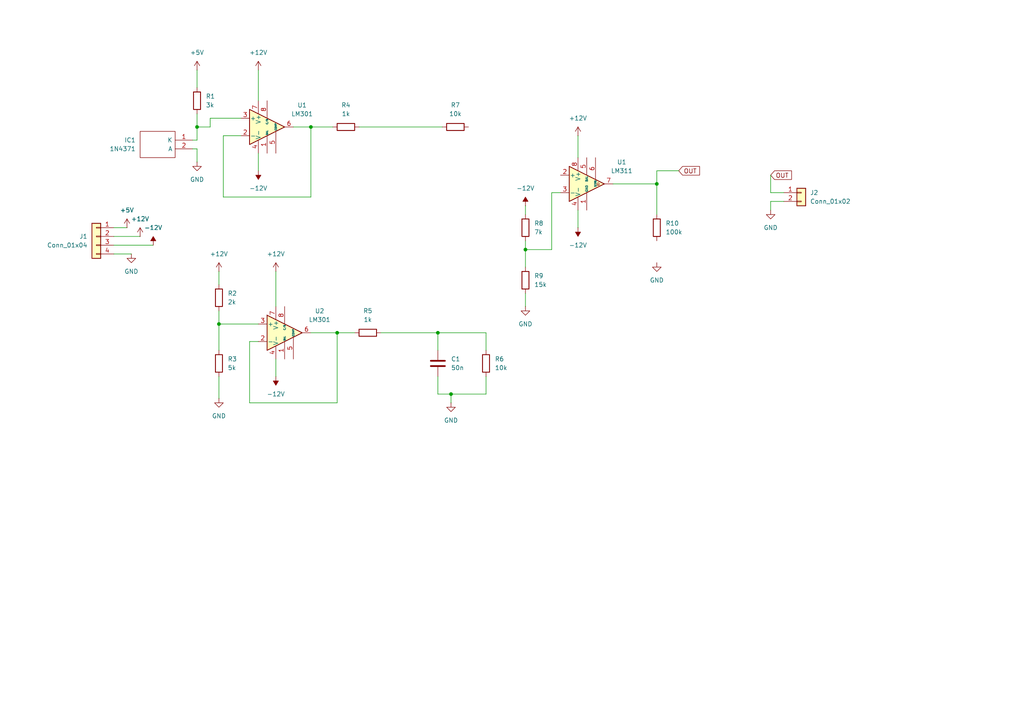
<source format=kicad_sch>
(kicad_sch
	(version 20231120)
	(generator "eeschema")
	(generator_version "8.0")
	(uuid "12c3d3f8-692e-4730-93a4-8d98fd8d2b91")
	(paper "A4")
	(lib_symbols
		(symbol "Amplifier_Operational:LM301"
			(pin_names
				(offset 0.127)
			)
			(exclude_from_sim no)
			(in_bom yes)
			(on_board yes)
			(property "Reference" "U"
				(at 1.27 6.35 0)
				(effects
					(font
						(size 1.27 1.27)
					)
					(justify left)
				)
			)
			(property "Value" "LM301"
				(at 1.27 3.81 0)
				(effects
					(font
						(size 1.27 1.27)
					)
					(justify left)
				)
			)
			(property "Footprint" ""
				(at 1.27 1.27 0)
				(effects
					(font
						(size 1.27 1.27)
					)
					(hide yes)
				)
			)
			(property "Datasheet" "http://www.ti.com/lit/ds/symlink/lm101a-n.pdf"
				(at 1.27 3.81 0)
				(effects
					(font
						(size 1.27 1.27)
					)
					(hide yes)
				)
			)
			(property "Description" "Operational Amplifier, DIP-8/TO-99-8"
				(at 0 0 0)
				(effects
					(font
						(size 1.27 1.27)
					)
					(hide yes)
				)
			)
			(property "ki_keywords" "single opamp"
				(at 0 0 0)
				(effects
					(font
						(size 1.27 1.27)
					)
					(hide yes)
				)
			)
			(property "ki_fp_filters" "DIP*W7.62mm* SOIC*3.9x4.9mm*P1.27mm* TO?5*"
				(at 0 0 0)
				(effects
					(font
						(size 1.27 1.27)
					)
					(hide yes)
				)
			)
			(symbol "LM301_0_1"
				(polyline
					(pts
						(xy -5.08 5.08) (xy 5.08 0) (xy -5.08 -5.08) (xy -5.08 5.08)
					)
					(stroke
						(width 0.254)
						(type default)
					)
					(fill
						(type background)
					)
				)
			)
			(symbol "LM301_1_1"
				(pin input line
					(at 0 -7.62 90)
					(length 5.08)
					(name "BAL"
						(effects
							(font
								(size 0.508 0.508)
							)
						)
					)
					(number "1"
						(effects
							(font
								(size 1.27 1.27)
							)
						)
					)
				)
				(pin input line
					(at -7.62 -2.54 0)
					(length 2.54)
					(name "-"
						(effects
							(font
								(size 1.27 1.27)
							)
						)
					)
					(number "2"
						(effects
							(font
								(size 1.27 1.27)
							)
						)
					)
				)
				(pin input line
					(at -7.62 2.54 0)
					(length 2.54)
					(name "+"
						(effects
							(font
								(size 1.27 1.27)
							)
						)
					)
					(number "3"
						(effects
							(font
								(size 1.27 1.27)
							)
						)
					)
				)
				(pin power_in line
					(at -2.54 -7.62 90)
					(length 3.81)
					(name "V-"
						(effects
							(font
								(size 1.27 1.27)
							)
						)
					)
					(number "4"
						(effects
							(font
								(size 1.27 1.27)
							)
						)
					)
				)
				(pin input line
					(at 2.54 -7.62 90)
					(length 6.35)
					(name "COMP"
						(effects
							(font
								(size 0.508 0.508)
							)
						)
					)
					(number "5"
						(effects
							(font
								(size 1.27 1.27)
							)
						)
					)
				)
				(pin output line
					(at 7.62 0 180)
					(length 2.54)
					(name "~"
						(effects
							(font
								(size 1.27 1.27)
							)
						)
					)
					(number "6"
						(effects
							(font
								(size 1.27 1.27)
							)
						)
					)
				)
				(pin power_in line
					(at -2.54 7.62 270)
					(length 3.81)
					(name "V+"
						(effects
							(font
								(size 1.27 1.27)
							)
						)
					)
					(number "7"
						(effects
							(font
								(size 1.27 1.27)
							)
						)
					)
				)
				(pin input line
					(at 0 7.62 270)
					(length 5.08)
					(name "C/B"
						(effects
							(font
								(size 0.508 0.508)
							)
						)
					)
					(number "8"
						(effects
							(font
								(size 1.27 1.27)
							)
						)
					)
				)
			)
		)
		(symbol "Comparator:LM311"
			(pin_names
				(offset 0.127)
			)
			(exclude_from_sim no)
			(in_bom yes)
			(on_board yes)
			(property "Reference" "U"
				(at 3.81 6.35 0)
				(effects
					(font
						(size 1.27 1.27)
					)
					(justify left)
				)
			)
			(property "Value" "LM311"
				(at 3.81 3.81 0)
				(effects
					(font
						(size 1.27 1.27)
					)
					(justify left)
				)
			)
			(property "Footprint" ""
				(at 0 0 0)
				(effects
					(font
						(size 1.27 1.27)
					)
					(hide yes)
				)
			)
			(property "Datasheet" "https://www.st.com/resource/en/datasheet/lm311.pdf"
				(at 0 0 0)
				(effects
					(font
						(size 1.27 1.27)
					)
					(hide yes)
				)
			)
			(property "Description" "Voltage Comparator, DIP-8/SOIC-8"
				(at 0 0 0)
				(effects
					(font
						(size 1.27 1.27)
					)
					(hide yes)
				)
			)
			(property "ki_keywords" "cmp open collector"
				(at 0 0 0)
				(effects
					(font
						(size 1.27 1.27)
					)
					(hide yes)
				)
			)
			(property "ki_fp_filters" "SOIC*3.9x4.9mm*P1.27mm* DIP*W7.62mm*"
				(at 0 0 0)
				(effects
					(font
						(size 1.27 1.27)
					)
					(hide yes)
				)
			)
			(symbol "LM311_0_1"
				(polyline
					(pts
						(xy 5.08 0) (xy -5.08 5.08) (xy -5.08 -5.08) (xy 5.08 0)
					)
					(stroke
						(width 0.254)
						(type default)
					)
					(fill
						(type background)
					)
				)
				(polyline
					(pts
						(xy 3.683 -0.381) (xy 3.302 -0.381) (xy 3.683 0) (xy 3.302 0.381) (xy 2.921 0) (xy 3.302 -0.381)
						(xy 2.921 -0.381)
					)
					(stroke
						(width 0.127)
						(type default)
					)
					(fill
						(type none)
					)
				)
			)
			(symbol "LM311_1_1"
				(pin passive line
					(at 0 -7.62 90)
					(length 5.08)
					(name "GND"
						(effects
							(font
								(size 0.635 0.635)
							)
						)
					)
					(number "1"
						(effects
							(font
								(size 1.27 1.27)
							)
						)
					)
				)
				(pin input line
					(at -7.62 2.54 0)
					(length 2.54)
					(name "+"
						(effects
							(font
								(size 1.27 1.27)
							)
						)
					)
					(number "2"
						(effects
							(font
								(size 1.27 1.27)
							)
						)
					)
				)
				(pin input line
					(at -7.62 -2.54 0)
					(length 2.54)
					(name "-"
						(effects
							(font
								(size 1.27 1.27)
							)
						)
					)
					(number "3"
						(effects
							(font
								(size 1.27 1.27)
							)
						)
					)
				)
				(pin power_in line
					(at -2.54 -7.62 90)
					(length 3.81)
					(name "V-"
						(effects
							(font
								(size 1.27 1.27)
							)
						)
					)
					(number "4"
						(effects
							(font
								(size 1.27 1.27)
							)
						)
					)
				)
				(pin input line
					(at 0 7.62 270)
					(length 5.08)
					(name "BAL"
						(effects
							(font
								(size 0.635 0.635)
							)
						)
					)
					(number "5"
						(effects
							(font
								(size 1.27 1.27)
							)
						)
					)
				)
				(pin input line
					(at 2.54 7.62 270)
					(length 6.35)
					(name "STRB"
						(effects
							(font
								(size 0.508 0.508)
							)
						)
					)
					(number "6"
						(effects
							(font
								(size 1.27 1.27)
							)
						)
					)
				)
				(pin open_collector line
					(at 7.62 0 180)
					(length 2.54)
					(name "~"
						(effects
							(font
								(size 1.27 1.27)
							)
						)
					)
					(number "7"
						(effects
							(font
								(size 1.27 1.27)
							)
						)
					)
				)
				(pin power_in line
					(at -2.54 7.62 270)
					(length 3.81)
					(name "V+"
						(effects
							(font
								(size 1.27 1.27)
							)
						)
					)
					(number "8"
						(effects
							(font
								(size 1.27 1.27)
							)
						)
					)
				)
			)
		)
		(symbol "Connector_Generic:Conn_01x02"
			(pin_names
				(offset 1.016) hide)
			(exclude_from_sim no)
			(in_bom yes)
			(on_board yes)
			(property "Reference" "J"
				(at 0 2.54 0)
				(effects
					(font
						(size 1.27 1.27)
					)
				)
			)
			(property "Value" "Conn_01x02"
				(at 0 -5.08 0)
				(effects
					(font
						(size 1.27 1.27)
					)
				)
			)
			(property "Footprint" ""
				(at 0 0 0)
				(effects
					(font
						(size 1.27 1.27)
					)
					(hide yes)
				)
			)
			(property "Datasheet" "~"
				(at 0 0 0)
				(effects
					(font
						(size 1.27 1.27)
					)
					(hide yes)
				)
			)
			(property "Description" "Generic connector, single row, 01x02, script generated (kicad-library-utils/schlib/autogen/connector/)"
				(at 0 0 0)
				(effects
					(font
						(size 1.27 1.27)
					)
					(hide yes)
				)
			)
			(property "ki_keywords" "connector"
				(at 0 0 0)
				(effects
					(font
						(size 1.27 1.27)
					)
					(hide yes)
				)
			)
			(property "ki_fp_filters" "Connector*:*_1x??_*"
				(at 0 0 0)
				(effects
					(font
						(size 1.27 1.27)
					)
					(hide yes)
				)
			)
			(symbol "Conn_01x02_1_1"
				(rectangle
					(start -1.27 -2.413)
					(end 0 -2.667)
					(stroke
						(width 0.1524)
						(type default)
					)
					(fill
						(type none)
					)
				)
				(rectangle
					(start -1.27 0.127)
					(end 0 -0.127)
					(stroke
						(width 0.1524)
						(type default)
					)
					(fill
						(type none)
					)
				)
				(rectangle
					(start -1.27 1.27)
					(end 1.27 -3.81)
					(stroke
						(width 0.254)
						(type default)
					)
					(fill
						(type background)
					)
				)
				(pin passive line
					(at -5.08 0 0)
					(length 3.81)
					(name "Pin_1"
						(effects
							(font
								(size 1.27 1.27)
							)
						)
					)
					(number "1"
						(effects
							(font
								(size 1.27 1.27)
							)
						)
					)
				)
				(pin passive line
					(at -5.08 -2.54 0)
					(length 3.81)
					(name "Pin_2"
						(effects
							(font
								(size 1.27 1.27)
							)
						)
					)
					(number "2"
						(effects
							(font
								(size 1.27 1.27)
							)
						)
					)
				)
			)
		)
		(symbol "Connector_Generic:Conn_01x04"
			(pin_names
				(offset 1.016) hide)
			(exclude_from_sim no)
			(in_bom yes)
			(on_board yes)
			(property "Reference" "J"
				(at 0 5.08 0)
				(effects
					(font
						(size 1.27 1.27)
					)
				)
			)
			(property "Value" "Conn_01x04"
				(at 0 -7.62 0)
				(effects
					(font
						(size 1.27 1.27)
					)
				)
			)
			(property "Footprint" ""
				(at 0 0 0)
				(effects
					(font
						(size 1.27 1.27)
					)
					(hide yes)
				)
			)
			(property "Datasheet" "~"
				(at 0 0 0)
				(effects
					(font
						(size 1.27 1.27)
					)
					(hide yes)
				)
			)
			(property "Description" "Generic connector, single row, 01x04, script generated (kicad-library-utils/schlib/autogen/connector/)"
				(at 0 0 0)
				(effects
					(font
						(size 1.27 1.27)
					)
					(hide yes)
				)
			)
			(property "ki_keywords" "connector"
				(at 0 0 0)
				(effects
					(font
						(size 1.27 1.27)
					)
					(hide yes)
				)
			)
			(property "ki_fp_filters" "Connector*:*_1x??_*"
				(at 0 0 0)
				(effects
					(font
						(size 1.27 1.27)
					)
					(hide yes)
				)
			)
			(symbol "Conn_01x04_1_1"
				(rectangle
					(start -1.27 -4.953)
					(end 0 -5.207)
					(stroke
						(width 0.1524)
						(type default)
					)
					(fill
						(type none)
					)
				)
				(rectangle
					(start -1.27 -2.413)
					(end 0 -2.667)
					(stroke
						(width 0.1524)
						(type default)
					)
					(fill
						(type none)
					)
				)
				(rectangle
					(start -1.27 0.127)
					(end 0 -0.127)
					(stroke
						(width 0.1524)
						(type default)
					)
					(fill
						(type none)
					)
				)
				(rectangle
					(start -1.27 2.667)
					(end 0 2.413)
					(stroke
						(width 0.1524)
						(type default)
					)
					(fill
						(type none)
					)
				)
				(rectangle
					(start -1.27 3.81)
					(end 1.27 -6.35)
					(stroke
						(width 0.254)
						(type default)
					)
					(fill
						(type background)
					)
				)
				(pin passive line
					(at -5.08 2.54 0)
					(length 3.81)
					(name "Pin_1"
						(effects
							(font
								(size 1.27 1.27)
							)
						)
					)
					(number "1"
						(effects
							(font
								(size 1.27 1.27)
							)
						)
					)
				)
				(pin passive line
					(at -5.08 0 0)
					(length 3.81)
					(name "Pin_2"
						(effects
							(font
								(size 1.27 1.27)
							)
						)
					)
					(number "2"
						(effects
							(font
								(size 1.27 1.27)
							)
						)
					)
				)
				(pin passive line
					(at -5.08 -2.54 0)
					(length 3.81)
					(name "Pin_3"
						(effects
							(font
								(size 1.27 1.27)
							)
						)
					)
					(number "3"
						(effects
							(font
								(size 1.27 1.27)
							)
						)
					)
				)
				(pin passive line
					(at -5.08 -5.08 0)
					(length 3.81)
					(name "Pin_4"
						(effects
							(font
								(size 1.27 1.27)
							)
						)
					)
					(number "4"
						(effects
							(font
								(size 1.27 1.27)
							)
						)
					)
				)
			)
		)
		(symbol "Device:C"
			(pin_numbers hide)
			(pin_names
				(offset 0.254)
			)
			(exclude_from_sim no)
			(in_bom yes)
			(on_board yes)
			(property "Reference" "C"
				(at 0.635 2.54 0)
				(effects
					(font
						(size 1.27 1.27)
					)
					(justify left)
				)
			)
			(property "Value" "C"
				(at 0.635 -2.54 0)
				(effects
					(font
						(size 1.27 1.27)
					)
					(justify left)
				)
			)
			(property "Footprint" ""
				(at 0.9652 -3.81 0)
				(effects
					(font
						(size 1.27 1.27)
					)
					(hide yes)
				)
			)
			(property "Datasheet" "~"
				(at 0 0 0)
				(effects
					(font
						(size 1.27 1.27)
					)
					(hide yes)
				)
			)
			(property "Description" "Unpolarized capacitor"
				(at 0 0 0)
				(effects
					(font
						(size 1.27 1.27)
					)
					(hide yes)
				)
			)
			(property "ki_keywords" "cap capacitor"
				(at 0 0 0)
				(effects
					(font
						(size 1.27 1.27)
					)
					(hide yes)
				)
			)
			(property "ki_fp_filters" "C_*"
				(at 0 0 0)
				(effects
					(font
						(size 1.27 1.27)
					)
					(hide yes)
				)
			)
			(symbol "C_0_1"
				(polyline
					(pts
						(xy -2.032 -0.762) (xy 2.032 -0.762)
					)
					(stroke
						(width 0.508)
						(type default)
					)
					(fill
						(type none)
					)
				)
				(polyline
					(pts
						(xy -2.032 0.762) (xy 2.032 0.762)
					)
					(stroke
						(width 0.508)
						(type default)
					)
					(fill
						(type none)
					)
				)
			)
			(symbol "C_1_1"
				(pin passive line
					(at 0 3.81 270)
					(length 2.794)
					(name "~"
						(effects
							(font
								(size 1.27 1.27)
							)
						)
					)
					(number "1"
						(effects
							(font
								(size 1.27 1.27)
							)
						)
					)
				)
				(pin passive line
					(at 0 -3.81 90)
					(length 2.794)
					(name "~"
						(effects
							(font
								(size 1.27 1.27)
							)
						)
					)
					(number "2"
						(effects
							(font
								(size 1.27 1.27)
							)
						)
					)
				)
			)
		)
		(symbol "Device:R"
			(pin_numbers hide)
			(pin_names
				(offset 0)
			)
			(exclude_from_sim no)
			(in_bom yes)
			(on_board yes)
			(property "Reference" "R"
				(at 2.032 0 90)
				(effects
					(font
						(size 1.27 1.27)
					)
				)
			)
			(property "Value" "R"
				(at 0 0 90)
				(effects
					(font
						(size 1.27 1.27)
					)
				)
			)
			(property "Footprint" ""
				(at -1.778 0 90)
				(effects
					(font
						(size 1.27 1.27)
					)
					(hide yes)
				)
			)
			(property "Datasheet" "~"
				(at 0 0 0)
				(effects
					(font
						(size 1.27 1.27)
					)
					(hide yes)
				)
			)
			(property "Description" "Resistor"
				(at 0 0 0)
				(effects
					(font
						(size 1.27 1.27)
					)
					(hide yes)
				)
			)
			(property "ki_keywords" "R res resistor"
				(at 0 0 0)
				(effects
					(font
						(size 1.27 1.27)
					)
					(hide yes)
				)
			)
			(property "ki_fp_filters" "R_*"
				(at 0 0 0)
				(effects
					(font
						(size 1.27 1.27)
					)
					(hide yes)
				)
			)
			(symbol "R_0_1"
				(rectangle
					(start -1.016 -2.54)
					(end 1.016 2.54)
					(stroke
						(width 0.254)
						(type default)
					)
					(fill
						(type none)
					)
				)
			)
			(symbol "R_1_1"
				(pin passive line
					(at 0 3.81 270)
					(length 1.27)
					(name "~"
						(effects
							(font
								(size 1.27 1.27)
							)
						)
					)
					(number "1"
						(effects
							(font
								(size 1.27 1.27)
							)
						)
					)
				)
				(pin passive line
					(at 0 -3.81 90)
					(length 1.27)
					(name "~"
						(effects
							(font
								(size 1.27 1.27)
							)
						)
					)
					(number "2"
						(effects
							(font
								(size 1.27 1.27)
							)
						)
					)
				)
			)
		)
		(symbol "SamacSys_Parts:1N4371"
			(pin_names
				(offset 0.762)
			)
			(exclude_from_sim no)
			(in_bom yes)
			(on_board yes)
			(property "Reference" "IC"
				(at 16.51 7.62 0)
				(effects
					(font
						(size 1.27 1.27)
					)
					(justify left)
				)
			)
			(property "Value" "1N4371"
				(at 16.51 5.08 0)
				(effects
					(font
						(size 1.27 1.27)
					)
					(justify left)
				)
			)
			(property "Footprint" "DIOAD1256W56L444D203"
				(at 16.51 2.54 0)
				(effects
					(font
						(size 1.27 1.27)
					)
					(justify left)
					(hide yes)
				)
			)
			(property "Datasheet" "https://mm.digikey.com/Volume0/opasdata/d220001/medias/docus/959/1N746-59_1N4370A-72A.pdf"
				(at 16.51 0 0)
				(effects
					(font
						(size 1.27 1.27)
					)
					(justify left)
					(hide yes)
				)
			)
			(property "Description" "Zener Diodes Voltage Regulator"
				(at 16.51 -2.54 0)
				(effects
					(font
						(size 1.27 1.27)
					)
					(justify left)
					(hide yes)
				)
			)
			(property "Height" ""
				(at 16.51 -5.08 0)
				(effects
					(font
						(size 1.27 1.27)
					)
					(justify left)
					(hide yes)
				)
			)
			(property "Manufacturer_Name" "Microchip"
				(at 16.51 -7.62 0)
				(effects
					(font
						(size 1.27 1.27)
					)
					(justify left)
					(hide yes)
				)
			)
			(property "Manufacturer_Part_Number" "1N4371"
				(at 16.51 -10.16 0)
				(effects
					(font
						(size 1.27 1.27)
					)
					(justify left)
					(hide yes)
				)
			)
			(property "Mouser Part Number" "494-1N4371"
				(at 16.51 -12.7 0)
				(effects
					(font
						(size 1.27 1.27)
					)
					(justify left)
					(hide yes)
				)
			)
			(property "Mouser Price/Stock" "https://www.mouser.co.uk/ProductDetail/Microchip-Technology/1N4371?qs=%252BRKXB2WKlSc3%252Bd8lN7KLCQ%3D%3D"
				(at 16.51 -15.24 0)
				(effects
					(font
						(size 1.27 1.27)
					)
					(justify left)
					(hide yes)
				)
			)
			(property "Arrow Part Number" ""
				(at 16.51 -17.78 0)
				(effects
					(font
						(size 1.27 1.27)
					)
					(justify left)
					(hide yes)
				)
			)
			(property "Arrow Price/Stock" ""
				(at 16.51 -20.32 0)
				(effects
					(font
						(size 1.27 1.27)
					)
					(justify left)
					(hide yes)
				)
			)
			(symbol "1N4371_0_0"
				(pin passive line
					(at 0 0 0)
					(length 5.08)
					(name "K"
						(effects
							(font
								(size 1.27 1.27)
							)
						)
					)
					(number "1"
						(effects
							(font
								(size 1.27 1.27)
							)
						)
					)
				)
				(pin passive line
					(at 0 -2.54 0)
					(length 5.08)
					(name "A"
						(effects
							(font
								(size 1.27 1.27)
							)
						)
					)
					(number "2"
						(effects
							(font
								(size 1.27 1.27)
							)
						)
					)
				)
			)
			(symbol "1N4371_0_1"
				(polyline
					(pts
						(xy 5.08 2.54) (xy 15.24 2.54) (xy 15.24 -5.08) (xy 5.08 -5.08) (xy 5.08 2.54)
					)
					(stroke
						(width 0.1524)
						(type solid)
					)
					(fill
						(type none)
					)
				)
			)
		)
		(symbol "power:+12V"
			(power)
			(pin_numbers hide)
			(pin_names
				(offset 0) hide)
			(exclude_from_sim no)
			(in_bom yes)
			(on_board yes)
			(property "Reference" "#PWR"
				(at 0 -3.81 0)
				(effects
					(font
						(size 1.27 1.27)
					)
					(hide yes)
				)
			)
			(property "Value" "+12V"
				(at 0 3.556 0)
				(effects
					(font
						(size 1.27 1.27)
					)
				)
			)
			(property "Footprint" ""
				(at 0 0 0)
				(effects
					(font
						(size 1.27 1.27)
					)
					(hide yes)
				)
			)
			(property "Datasheet" ""
				(at 0 0 0)
				(effects
					(font
						(size 1.27 1.27)
					)
					(hide yes)
				)
			)
			(property "Description" "Power symbol creates a global label with name \"+12V\""
				(at 0 0 0)
				(effects
					(font
						(size 1.27 1.27)
					)
					(hide yes)
				)
			)
			(property "ki_keywords" "global power"
				(at 0 0 0)
				(effects
					(font
						(size 1.27 1.27)
					)
					(hide yes)
				)
			)
			(symbol "+12V_0_1"
				(polyline
					(pts
						(xy -0.762 1.27) (xy 0 2.54)
					)
					(stroke
						(width 0)
						(type default)
					)
					(fill
						(type none)
					)
				)
				(polyline
					(pts
						(xy 0 0) (xy 0 2.54)
					)
					(stroke
						(width 0)
						(type default)
					)
					(fill
						(type none)
					)
				)
				(polyline
					(pts
						(xy 0 2.54) (xy 0.762 1.27)
					)
					(stroke
						(width 0)
						(type default)
					)
					(fill
						(type none)
					)
				)
			)
			(symbol "+12V_1_1"
				(pin power_in line
					(at 0 0 90)
					(length 0)
					(name "~"
						(effects
							(font
								(size 1.27 1.27)
							)
						)
					)
					(number "1"
						(effects
							(font
								(size 1.27 1.27)
							)
						)
					)
				)
			)
		)
		(symbol "power:+5V"
			(power)
			(pin_numbers hide)
			(pin_names
				(offset 0) hide)
			(exclude_from_sim no)
			(in_bom yes)
			(on_board yes)
			(property "Reference" "#PWR"
				(at 0 -3.81 0)
				(effects
					(font
						(size 1.27 1.27)
					)
					(hide yes)
				)
			)
			(property "Value" "+5V"
				(at 0 3.556 0)
				(effects
					(font
						(size 1.27 1.27)
					)
				)
			)
			(property "Footprint" ""
				(at 0 0 0)
				(effects
					(font
						(size 1.27 1.27)
					)
					(hide yes)
				)
			)
			(property "Datasheet" ""
				(at 0 0 0)
				(effects
					(font
						(size 1.27 1.27)
					)
					(hide yes)
				)
			)
			(property "Description" "Power symbol creates a global label with name \"+5V\""
				(at 0 0 0)
				(effects
					(font
						(size 1.27 1.27)
					)
					(hide yes)
				)
			)
			(property "ki_keywords" "global power"
				(at 0 0 0)
				(effects
					(font
						(size 1.27 1.27)
					)
					(hide yes)
				)
			)
			(symbol "+5V_0_1"
				(polyline
					(pts
						(xy -0.762 1.27) (xy 0 2.54)
					)
					(stroke
						(width 0)
						(type default)
					)
					(fill
						(type none)
					)
				)
				(polyline
					(pts
						(xy 0 0) (xy 0 2.54)
					)
					(stroke
						(width 0)
						(type default)
					)
					(fill
						(type none)
					)
				)
				(polyline
					(pts
						(xy 0 2.54) (xy 0.762 1.27)
					)
					(stroke
						(width 0)
						(type default)
					)
					(fill
						(type none)
					)
				)
			)
			(symbol "+5V_1_1"
				(pin power_in line
					(at 0 0 90)
					(length 0)
					(name "~"
						(effects
							(font
								(size 1.27 1.27)
							)
						)
					)
					(number "1"
						(effects
							(font
								(size 1.27 1.27)
							)
						)
					)
				)
			)
		)
		(symbol "power:-12V"
			(power)
			(pin_numbers hide)
			(pin_names
				(offset 0) hide)
			(exclude_from_sim no)
			(in_bom yes)
			(on_board yes)
			(property "Reference" "#PWR"
				(at 0 -3.81 0)
				(effects
					(font
						(size 1.27 1.27)
					)
					(hide yes)
				)
			)
			(property "Value" "-12V"
				(at 0 3.556 0)
				(effects
					(font
						(size 1.27 1.27)
					)
				)
			)
			(property "Footprint" ""
				(at 0 0 0)
				(effects
					(font
						(size 1.27 1.27)
					)
					(hide yes)
				)
			)
			(property "Datasheet" ""
				(at 0 0 0)
				(effects
					(font
						(size 1.27 1.27)
					)
					(hide yes)
				)
			)
			(property "Description" "Power symbol creates a global label with name \"-12V\""
				(at 0 0 0)
				(effects
					(font
						(size 1.27 1.27)
					)
					(hide yes)
				)
			)
			(property "ki_keywords" "global power"
				(at 0 0 0)
				(effects
					(font
						(size 1.27 1.27)
					)
					(hide yes)
				)
			)
			(symbol "-12V_0_0"
				(pin power_in line
					(at 0 0 90)
					(length 0)
					(name "~"
						(effects
							(font
								(size 1.27 1.27)
							)
						)
					)
					(number "1"
						(effects
							(font
								(size 1.27 1.27)
							)
						)
					)
				)
			)
			(symbol "-12V_0_1"
				(polyline
					(pts
						(xy 0 0) (xy 0 1.27) (xy 0.762 1.27) (xy 0 2.54) (xy -0.762 1.27) (xy 0 1.27)
					)
					(stroke
						(width 0)
						(type default)
					)
					(fill
						(type outline)
					)
				)
			)
		)
		(symbol "power:GND"
			(power)
			(pin_numbers hide)
			(pin_names
				(offset 0) hide)
			(exclude_from_sim no)
			(in_bom yes)
			(on_board yes)
			(property "Reference" "#PWR"
				(at 0 -6.35 0)
				(effects
					(font
						(size 1.27 1.27)
					)
					(hide yes)
				)
			)
			(property "Value" "GND"
				(at 0 -3.81 0)
				(effects
					(font
						(size 1.27 1.27)
					)
				)
			)
			(property "Footprint" ""
				(at 0 0 0)
				(effects
					(font
						(size 1.27 1.27)
					)
					(hide yes)
				)
			)
			(property "Datasheet" ""
				(at 0 0 0)
				(effects
					(font
						(size 1.27 1.27)
					)
					(hide yes)
				)
			)
			(property "Description" "Power symbol creates a global label with name \"GND\" , ground"
				(at 0 0 0)
				(effects
					(font
						(size 1.27 1.27)
					)
					(hide yes)
				)
			)
			(property "ki_keywords" "global power"
				(at 0 0 0)
				(effects
					(font
						(size 1.27 1.27)
					)
					(hide yes)
				)
			)
			(symbol "GND_0_1"
				(polyline
					(pts
						(xy 0 0) (xy 0 -1.27) (xy 1.27 -1.27) (xy 0 -2.54) (xy -1.27 -1.27) (xy 0 -1.27)
					)
					(stroke
						(width 0)
						(type default)
					)
					(fill
						(type none)
					)
				)
			)
			(symbol "GND_1_1"
				(pin power_in line
					(at 0 0 270)
					(length 0)
					(name "~"
						(effects
							(font
								(size 1.27 1.27)
							)
						)
					)
					(number "1"
						(effects
							(font
								(size 1.27 1.27)
							)
						)
					)
				)
			)
		)
	)
	(junction
		(at 190.5 53.34)
		(diameter 0)
		(color 0 0 0 0)
		(uuid "2b828da0-2d40-4348-8f3a-ecf67de40bc4")
	)
	(junction
		(at 130.81 114.3)
		(diameter 0)
		(color 0 0 0 0)
		(uuid "3ad0164a-336f-41f8-b00f-b0dcf69efc8c")
	)
	(junction
		(at 97.79 96.52)
		(diameter 0)
		(color 0 0 0 0)
		(uuid "5434259f-8467-474b-9907-7b54b37906d1")
	)
	(junction
		(at 90.17 36.83)
		(diameter 0)
		(color 0 0 0 0)
		(uuid "6e276a87-4421-4c2f-a57e-9d018ca497f0")
	)
	(junction
		(at 63.5 93.98)
		(diameter 0)
		(color 0 0 0 0)
		(uuid "a4a06792-3974-48ff-b5bb-b39968ddf7b7")
	)
	(junction
		(at 127 96.52)
		(diameter 0)
		(color 0 0 0 0)
		(uuid "b4a98d29-08b7-4a95-87bb-c8cba644ee33")
	)
	(junction
		(at 152.4 72.39)
		(diameter 0)
		(color 0 0 0 0)
		(uuid "c7ca2e3f-be23-4075-9559-46743bd81509")
	)
	(junction
		(at 57.15 36.83)
		(diameter 0)
		(color 0 0 0 0)
		(uuid "e4174e94-e07b-4290-b40e-52266dbd11af")
	)
	(wire
		(pts
			(xy 152.4 72.39) (xy 152.4 77.47)
		)
		(stroke
			(width 0)
			(type default)
		)
		(uuid "05caa475-44b7-4a4c-b4ed-3c0d849a2553")
	)
	(wire
		(pts
			(xy 72.39 99.06) (xy 72.39 116.84)
		)
		(stroke
			(width 0)
			(type default)
		)
		(uuid "064271cd-fefe-48d1-a419-b7241c8ab471")
	)
	(wire
		(pts
			(xy 127 96.52) (xy 127 101.6)
		)
		(stroke
			(width 0)
			(type default)
		)
		(uuid "0a0db0d6-b166-4331-803d-83f06a4e9025")
	)
	(wire
		(pts
			(xy 223.52 50.8) (xy 223.52 55.88)
		)
		(stroke
			(width 0)
			(type default)
		)
		(uuid "0d21106c-5ea5-414b-a655-910d5ac86aae")
	)
	(wire
		(pts
			(xy 104.14 36.83) (xy 128.27 36.83)
		)
		(stroke
			(width 0)
			(type default)
		)
		(uuid "13763b1c-87f6-4e65-b1fb-95d22780fd0f")
	)
	(wire
		(pts
			(xy 74.93 20.32) (xy 74.93 29.21)
		)
		(stroke
			(width 0)
			(type default)
		)
		(uuid "18a4b1fa-d8f5-4a53-9389-3cd7c7da78b8")
	)
	(wire
		(pts
			(xy 33.02 71.12) (xy 44.45 71.12)
		)
		(stroke
			(width 0)
			(type default)
		)
		(uuid "20b1b3c3-9487-4021-993d-eae37080499f")
	)
	(wire
		(pts
			(xy 227.33 58.42) (xy 223.52 58.42)
		)
		(stroke
			(width 0)
			(type default)
		)
		(uuid "24bdce7a-d02a-4a1b-9c26-b3035c029f02")
	)
	(wire
		(pts
			(xy 127 109.22) (xy 127 114.3)
		)
		(stroke
			(width 0)
			(type default)
		)
		(uuid "25a3fc99-036c-4f1e-b6a2-36de3f7e0ad3")
	)
	(wire
		(pts
			(xy 110.49 96.52) (xy 127 96.52)
		)
		(stroke
			(width 0)
			(type default)
		)
		(uuid "27744a1a-8522-46f4-8ede-872525278f5f")
	)
	(wire
		(pts
			(xy 85.09 36.83) (xy 90.17 36.83)
		)
		(stroke
			(width 0)
			(type default)
		)
		(uuid "2c152e76-2c0a-4b3a-8298-902527a825c5")
	)
	(wire
		(pts
			(xy 64.77 57.15) (xy 90.17 57.15)
		)
		(stroke
			(width 0)
			(type default)
		)
		(uuid "2d1989fe-55b6-46cf-9935-06f122418530")
	)
	(wire
		(pts
			(xy 227.33 55.88) (xy 223.52 55.88)
		)
		(stroke
			(width 0)
			(type default)
		)
		(uuid "2e9d97b0-9fc5-46dd-9b0e-85180f6b2178")
	)
	(wire
		(pts
			(xy 97.79 96.52) (xy 102.87 96.52)
		)
		(stroke
			(width 0)
			(type default)
		)
		(uuid "33f948a5-21e6-480b-8627-f80e6500dea6")
	)
	(wire
		(pts
			(xy 152.4 59.69) (xy 152.4 62.23)
		)
		(stroke
			(width 0)
			(type default)
		)
		(uuid "36cae6a2-1f7e-4bcb-b85a-0ae57b607526")
	)
	(wire
		(pts
			(xy 55.88 43.18) (xy 57.15 43.18)
		)
		(stroke
			(width 0)
			(type default)
		)
		(uuid "37684a69-8b27-4148-b7ff-41fac124dd38")
	)
	(wire
		(pts
			(xy 74.93 44.45) (xy 74.93 49.53)
		)
		(stroke
			(width 0)
			(type default)
		)
		(uuid "3deefbd1-763e-4ba7-9845-6815284918ad")
	)
	(wire
		(pts
			(xy 90.17 96.52) (xy 97.79 96.52)
		)
		(stroke
			(width 0)
			(type default)
		)
		(uuid "429f7c50-9fe5-4368-8fc9-c3f906efcf4f")
	)
	(wire
		(pts
			(xy 33.02 66.04) (xy 36.83 66.04)
		)
		(stroke
			(width 0)
			(type default)
		)
		(uuid "48e39924-da62-4567-9b2d-107f9c09e55d")
	)
	(wire
		(pts
			(xy 127 96.52) (xy 140.97 96.52)
		)
		(stroke
			(width 0)
			(type default)
		)
		(uuid "5c1ce283-29a9-429d-9dcb-2c63e871ce3c")
	)
	(wire
		(pts
			(xy 130.81 114.3) (xy 130.81 116.84)
		)
		(stroke
			(width 0)
			(type default)
		)
		(uuid "653c2a56-7027-45f3-a98c-08203076ba85")
	)
	(wire
		(pts
			(xy 33.02 73.66) (xy 38.1 73.66)
		)
		(stroke
			(width 0)
			(type default)
		)
		(uuid "67ab87c7-48f0-4a86-a3ea-dfd9e7d20898")
	)
	(wire
		(pts
			(xy 69.85 34.29) (xy 60.96 34.29)
		)
		(stroke
			(width 0)
			(type default)
		)
		(uuid "73114921-c53c-4a4c-8fdf-fdc790a7638f")
	)
	(wire
		(pts
			(xy 60.96 34.29) (xy 60.96 36.83)
		)
		(stroke
			(width 0)
			(type default)
		)
		(uuid "7376e43b-4957-4987-aa5e-5aa61d4455ce")
	)
	(wire
		(pts
			(xy 190.5 53.34) (xy 190.5 62.23)
		)
		(stroke
			(width 0)
			(type default)
		)
		(uuid "73f79e47-8dbd-4574-9b55-fe7f036f9db8")
	)
	(wire
		(pts
			(xy 63.5 90.17) (xy 63.5 93.98)
		)
		(stroke
			(width 0)
			(type default)
		)
		(uuid "744c53bf-05ca-439b-98b9-58ff686a1a9e")
	)
	(wire
		(pts
			(xy 80.01 104.14) (xy 80.01 109.22)
		)
		(stroke
			(width 0)
			(type default)
		)
		(uuid "74cf93b8-c40c-4e00-930d-451fca249f15")
	)
	(wire
		(pts
			(xy 64.77 39.37) (xy 64.77 57.15)
		)
		(stroke
			(width 0)
			(type default)
		)
		(uuid "74d568af-d16e-4200-9163-79e256adf2b1")
	)
	(wire
		(pts
			(xy 140.97 101.6) (xy 140.97 96.52)
		)
		(stroke
			(width 0)
			(type default)
		)
		(uuid "79649ae7-5541-4263-815b-0b5bb67f2d43")
	)
	(wire
		(pts
			(xy 167.64 60.96) (xy 167.64 66.04)
		)
		(stroke
			(width 0)
			(type default)
		)
		(uuid "7c8de123-1c18-435a-8abf-ffc7ab1bcec4")
	)
	(wire
		(pts
			(xy 152.4 85.09) (xy 152.4 88.9)
		)
		(stroke
			(width 0)
			(type default)
		)
		(uuid "7e715cc0-0c49-49dc-84ce-cdac49973a1b")
	)
	(wire
		(pts
			(xy 63.5 78.74) (xy 63.5 82.55)
		)
		(stroke
			(width 0)
			(type default)
		)
		(uuid "84078243-a040-4af8-844d-4d865ce0c24f")
	)
	(wire
		(pts
			(xy 177.8 53.34) (xy 190.5 53.34)
		)
		(stroke
			(width 0)
			(type default)
		)
		(uuid "8802238d-89dd-4bd6-ac6e-83fad096ee27")
	)
	(wire
		(pts
			(xy 33.02 68.58) (xy 40.64 68.58)
		)
		(stroke
			(width 0)
			(type default)
		)
		(uuid "88a17f7c-a672-482a-a0e5-f9e9c9193703")
	)
	(wire
		(pts
			(xy 223.52 58.42) (xy 223.52 60.96)
		)
		(stroke
			(width 0)
			(type default)
		)
		(uuid "912e7fd0-df2c-42ac-9b0b-8d4a50b5cd17")
	)
	(wire
		(pts
			(xy 55.88 40.64) (xy 57.15 40.64)
		)
		(stroke
			(width 0)
			(type default)
		)
		(uuid "97885c21-6798-4c94-a13e-8d81ae0f16d9")
	)
	(wire
		(pts
			(xy 57.15 20.32) (xy 57.15 25.4)
		)
		(stroke
			(width 0)
			(type default)
		)
		(uuid "97a7564f-2816-4a98-853d-715b32855c4e")
	)
	(wire
		(pts
			(xy 162.56 55.88) (xy 160.02 55.88)
		)
		(stroke
			(width 0)
			(type default)
		)
		(uuid "98fb5d59-3000-4de1-b92b-15a589f9bfa0")
	)
	(wire
		(pts
			(xy 90.17 36.83) (xy 96.52 36.83)
		)
		(stroke
			(width 0)
			(type default)
		)
		(uuid "9958d716-6a8b-40d9-ae27-31c1d67a9df5")
	)
	(wire
		(pts
			(xy 63.5 109.22) (xy 63.5 115.57)
		)
		(stroke
			(width 0)
			(type default)
		)
		(uuid "9bfdc28b-310c-49ba-82d7-aeb3529e9fe4")
	)
	(wire
		(pts
			(xy 57.15 36.83) (xy 60.96 36.83)
		)
		(stroke
			(width 0)
			(type default)
		)
		(uuid "a1592dba-5c76-4e10-b30d-ad8f8494ecf0")
	)
	(wire
		(pts
			(xy 80.01 78.74) (xy 80.01 88.9)
		)
		(stroke
			(width 0)
			(type default)
		)
		(uuid "a24bebfb-464a-4707-be3c-2bf11e52e5fa")
	)
	(wire
		(pts
			(xy 74.93 99.06) (xy 72.39 99.06)
		)
		(stroke
			(width 0)
			(type default)
		)
		(uuid "af7523e0-beed-488d-b9d6-34e8caea48d1")
	)
	(wire
		(pts
			(xy 127 114.3) (xy 130.81 114.3)
		)
		(stroke
			(width 0)
			(type default)
		)
		(uuid "b30792f1-8292-46e6-9411-99b164bceb5f")
	)
	(wire
		(pts
			(xy 57.15 33.02) (xy 57.15 36.83)
		)
		(stroke
			(width 0)
			(type default)
		)
		(uuid "b92b911b-e6b1-4dad-b576-246f486fcdec")
	)
	(wire
		(pts
			(xy 190.5 53.34) (xy 190.5 49.53)
		)
		(stroke
			(width 0)
			(type default)
		)
		(uuid "bb572543-2e39-48fb-b581-d611183e29d8")
	)
	(wire
		(pts
			(xy 140.97 109.22) (xy 140.97 114.3)
		)
		(stroke
			(width 0)
			(type default)
		)
		(uuid "bc1eda5b-6582-4f57-be03-deeeb63ff57f")
	)
	(wire
		(pts
			(xy 63.5 93.98) (xy 74.93 93.98)
		)
		(stroke
			(width 0)
			(type default)
		)
		(uuid "bdb8afe0-ae2c-47fd-8a95-6e49dc0703b8")
	)
	(wire
		(pts
			(xy 97.79 96.52) (xy 97.79 116.84)
		)
		(stroke
			(width 0)
			(type default)
		)
		(uuid "bf847502-9dc3-4a47-bfd5-97a08a9c8b8f")
	)
	(wire
		(pts
			(xy 90.17 57.15) (xy 90.17 36.83)
		)
		(stroke
			(width 0)
			(type default)
		)
		(uuid "c0aef69d-64d0-42a8-a5d8-fbb26cffe8d1")
	)
	(wire
		(pts
			(xy 152.4 72.39) (xy 160.02 72.39)
		)
		(stroke
			(width 0)
			(type default)
		)
		(uuid "c77176cf-968c-48b3-a77c-2f9271d8444e")
	)
	(wire
		(pts
			(xy 160.02 55.88) (xy 160.02 72.39)
		)
		(stroke
			(width 0)
			(type default)
		)
		(uuid "d6aef978-c7b4-42d9-873b-0c3477286962")
	)
	(wire
		(pts
			(xy 69.85 39.37) (xy 64.77 39.37)
		)
		(stroke
			(width 0)
			(type default)
		)
		(uuid "d70da836-fc47-48b5-81c9-7d99a728de7b")
	)
	(wire
		(pts
			(xy 130.81 114.3) (xy 140.97 114.3)
		)
		(stroke
			(width 0)
			(type default)
		)
		(uuid "da3fb72f-4ff7-4d46-ae0a-b6e8d58440da")
	)
	(wire
		(pts
			(xy 63.5 93.98) (xy 63.5 101.6)
		)
		(stroke
			(width 0)
			(type default)
		)
		(uuid "db517ee3-0cc6-4d88-bc2a-25431e555f1b")
	)
	(wire
		(pts
			(xy 57.15 43.18) (xy 57.15 46.99)
		)
		(stroke
			(width 0)
			(type default)
		)
		(uuid "db831fba-86c3-4b4a-a2c5-9bfccae9619d")
	)
	(wire
		(pts
			(xy 167.64 39.37) (xy 167.64 45.72)
		)
		(stroke
			(width 0)
			(type default)
		)
		(uuid "e13f8536-491f-4a3e-95b4-0308808c7604")
	)
	(wire
		(pts
			(xy 57.15 36.83) (xy 57.15 40.64)
		)
		(stroke
			(width 0)
			(type default)
		)
		(uuid "e5ebd33a-3d77-4a49-bb04-91ecb402bfb1")
	)
	(wire
		(pts
			(xy 190.5 49.53) (xy 196.85 49.53)
		)
		(stroke
			(width 0)
			(type default)
		)
		(uuid "e7b0eba7-190e-4763-a642-38f1ae0c8aea")
	)
	(wire
		(pts
			(xy 152.4 69.85) (xy 152.4 72.39)
		)
		(stroke
			(width 0)
			(type default)
		)
		(uuid "e9ee9d0e-a4b5-4759-9f9e-0ca34366c263")
	)
	(wire
		(pts
			(xy 72.39 116.84) (xy 97.79 116.84)
		)
		(stroke
			(width 0)
			(type default)
		)
		(uuid "f5dde2c3-93a6-4af4-b953-dd09f4e7c52e")
	)
	(global_label "OUT"
		(shape input)
		(at 223.52 50.8 0)
		(fields_autoplaced yes)
		(effects
			(font
				(size 1.27 1.27)
			)
			(justify left)
		)
		(uuid "29fea5f4-2f34-4f1d-a612-e0e1b0ade23d")
		(property "Intersheetrefs" "${INTERSHEET_REFS}"
			(at 230.1338 50.8 0)
			(effects
				(font
					(size 1.27 1.27)
				)
				(justify left)
				(hide yes)
			)
		)
	)
	(global_label "OUT"
		(shape input)
		(at 196.85 49.53 0)
		(fields_autoplaced yes)
		(effects
			(font
				(size 1.27 1.27)
			)
			(justify left)
		)
		(uuid "dc2ce969-a38d-44be-9813-97a3aa3424d2")
		(property "Intersheetrefs" "${INTERSHEET_REFS}"
			(at 203.4638 49.53 0)
			(effects
				(font
					(size 1.27 1.27)
				)
				(justify left)
				(hide yes)
			)
		)
	)
	(symbol
		(lib_id "power:GND")
		(at 152.4 88.9 0)
		(unit 1)
		(exclude_from_sim no)
		(in_bom yes)
		(on_board yes)
		(dnp no)
		(fields_autoplaced yes)
		(uuid "05c441da-cab1-4c33-92aa-5cd1a39f0ac3")
		(property "Reference" "#PWR014"
			(at 152.4 95.25 0)
			(effects
				(font
					(size 1.27 1.27)
				)
				(hide yes)
			)
		)
		(property "Value" "GND"
			(at 152.4 93.98 0)
			(effects
				(font
					(size 1.27 1.27)
				)
			)
		)
		(property "Footprint" ""
			(at 152.4 88.9 0)
			(effects
				(font
					(size 1.27 1.27)
				)
				(hide yes)
			)
		)
		(property "Datasheet" ""
			(at 152.4 88.9 0)
			(effects
				(font
					(size 1.27 1.27)
				)
				(hide yes)
			)
		)
		(property "Description" "Power symbol creates a global label with name \"GND\" , ground"
			(at 152.4 88.9 0)
			(effects
				(font
					(size 1.27 1.27)
				)
				(hide yes)
			)
		)
		(pin "1"
			(uuid "7ecc6a4a-719c-469b-bfc0-28210ff4e9cd")
		)
		(instances
			(project "PCB_HW1_jessipi_20240321"
				(path "/12c3d3f8-692e-4730-93a4-8d98fd8d2b91"
					(reference "#PWR014")
					(unit 1)
				)
			)
		)
	)
	(symbol
		(lib_id "Connector_Generic:Conn_01x04")
		(at 27.94 68.58 0)
		(mirror y)
		(unit 1)
		(exclude_from_sim no)
		(in_bom yes)
		(on_board yes)
		(dnp no)
		(uuid "06028aee-cda7-4945-b0b6-69c9157aa791")
		(property "Reference" "J1"
			(at 25.4 68.5799 0)
			(effects
				(font
					(size 1.27 1.27)
				)
				(justify left)
			)
		)
		(property "Value" "Conn_01x04"
			(at 25.4 71.1199 0)
			(effects
				(font
					(size 1.27 1.27)
				)
				(justify left)
			)
		)
		(property "Footprint" ""
			(at 27.94 68.58 0)
			(effects
				(font
					(size 1.27 1.27)
				)
				(hide yes)
			)
		)
		(property "Datasheet" "~"
			(at 27.94 68.58 0)
			(effects
				(font
					(size 1.27 1.27)
				)
				(hide yes)
			)
		)
		(property "Description" "Generic connector, single row, 01x04, script generated (kicad-library-utils/schlib/autogen/connector/)"
			(at 27.94 68.58 0)
			(effects
				(font
					(size 1.27 1.27)
				)
				(hide yes)
			)
		)
		(pin "4"
			(uuid "9153fa51-1463-451d-b615-bc3eae408c39")
		)
		(pin "1"
			(uuid "387407b5-4b74-47e0-9f37-35fadeea8864")
		)
		(pin "3"
			(uuid "763bead5-a1da-4daa-a388-e24f8c50a8a2")
		)
		(pin "2"
			(uuid "8acbd82b-823f-4176-a653-6d2d99cd2d05")
		)
		(instances
			(project "PCB_HW1_jessipi_20240321"
				(path "/12c3d3f8-692e-4730-93a4-8d98fd8d2b91"
					(reference "J1")
					(unit 1)
				)
			)
		)
	)
	(symbol
		(lib_id "Device:R")
		(at 63.5 86.36 0)
		(unit 1)
		(exclude_from_sim no)
		(in_bom yes)
		(on_board yes)
		(dnp no)
		(fields_autoplaced yes)
		(uuid "0893890a-0997-42bc-9410-256317efe0c3")
		(property "Reference" "R2"
			(at 66.04 85.0899 0)
			(effects
				(font
					(size 1.27 1.27)
				)
				(justify left)
			)
		)
		(property "Value" "2k"
			(at 66.04 87.6299 0)
			(effects
				(font
					(size 1.27 1.27)
				)
				(justify left)
			)
		)
		(property "Footprint" ""
			(at 61.722 86.36 90)
			(effects
				(font
					(size 1.27 1.27)
				)
				(hide yes)
			)
		)
		(property "Datasheet" "~"
			(at 63.5 86.36 0)
			(effects
				(font
					(size 1.27 1.27)
				)
				(hide yes)
			)
		)
		(property "Description" "Resistor"
			(at 63.5 86.36 0)
			(effects
				(font
					(size 1.27 1.27)
				)
				(hide yes)
			)
		)
		(pin "1"
			(uuid "0bdf7375-e75d-4b1e-bd6d-30fba0a762bf")
		)
		(pin "2"
			(uuid "9e42d11b-1598-442d-9e0e-18d2ccaa12b9")
		)
		(instances
			(project "PCB_HW1_jessipi_20240321"
				(path "/12c3d3f8-692e-4730-93a4-8d98fd8d2b91"
					(reference "R2")
					(unit 1)
				)
			)
		)
	)
	(symbol
		(lib_id "power:-12V")
		(at 44.45 71.12 0)
		(unit 1)
		(exclude_from_sim no)
		(in_bom yes)
		(on_board yes)
		(dnp no)
		(fields_autoplaced yes)
		(uuid "181e24ff-2108-4353-beb2-b2449551c5c0")
		(property "Reference" "#PWR03"
			(at 44.45 74.93 0)
			(effects
				(font
					(size 1.27 1.27)
				)
				(hide yes)
			)
		)
		(property "Value" "-12V"
			(at 44.45 66.04 0)
			(effects
				(font
					(size 1.27 1.27)
				)
			)
		)
		(property "Footprint" ""
			(at 44.45 71.12 0)
			(effects
				(font
					(size 1.27 1.27)
				)
				(hide yes)
			)
		)
		(property "Datasheet" ""
			(at 44.45 71.12 0)
			(effects
				(font
					(size 1.27 1.27)
				)
				(hide yes)
			)
		)
		(property "Description" "Power symbol creates a global label with name \"-12V\""
			(at 44.45 71.12 0)
			(effects
				(font
					(size 1.27 1.27)
				)
				(hide yes)
			)
		)
		(pin "1"
			(uuid "9c43a000-7a6d-423b-b67c-6f4430cf538f")
		)
		(instances
			(project "PCB_HW1_jessipi_20240321"
				(path "/12c3d3f8-692e-4730-93a4-8d98fd8d2b91"
					(reference "#PWR03")
					(unit 1)
				)
			)
		)
	)
	(symbol
		(lib_id "power:-12V")
		(at 80.01 109.22 180)
		(unit 1)
		(exclude_from_sim no)
		(in_bom yes)
		(on_board yes)
		(dnp no)
		(fields_autoplaced yes)
		(uuid "1d62db0e-de0a-4cf5-b144-3bccb599a0eb")
		(property "Reference" "#PWR011"
			(at 80.01 105.41 0)
			(effects
				(font
					(size 1.27 1.27)
				)
				(hide yes)
			)
		)
		(property "Value" "-12V"
			(at 80.01 114.3 0)
			(effects
				(font
					(size 1.27 1.27)
				)
			)
		)
		(property "Footprint" ""
			(at 80.01 109.22 0)
			(effects
				(font
					(size 1.27 1.27)
				)
				(hide yes)
			)
		)
		(property "Datasheet" ""
			(at 80.01 109.22 0)
			(effects
				(font
					(size 1.27 1.27)
				)
				(hide yes)
			)
		)
		(property "Description" "Power symbol creates a global label with name \"-12V\""
			(at 80.01 109.22 0)
			(effects
				(font
					(size 1.27 1.27)
				)
				(hide yes)
			)
		)
		(pin "1"
			(uuid "f86abab0-a4c6-41d9-9a94-8365d61922a7")
		)
		(instances
			(project "PCB_HW1_jessipi_20240321"
				(path "/12c3d3f8-692e-4730-93a4-8d98fd8d2b91"
					(reference "#PWR011")
					(unit 1)
				)
			)
		)
	)
	(symbol
		(lib_id "power:+5V")
		(at 36.83 66.04 0)
		(unit 1)
		(exclude_from_sim no)
		(in_bom yes)
		(on_board yes)
		(dnp no)
		(fields_autoplaced yes)
		(uuid "2d73f29f-84d1-48dc-b822-18cbef209d01")
		(property "Reference" "#PWR01"
			(at 36.83 69.85 0)
			(effects
				(font
					(size 1.27 1.27)
				)
				(hide yes)
			)
		)
		(property "Value" "+5V"
			(at 36.83 60.96 0)
			(effects
				(font
					(size 1.27 1.27)
				)
			)
		)
		(property "Footprint" ""
			(at 36.83 66.04 0)
			(effects
				(font
					(size 1.27 1.27)
				)
				(hide yes)
			)
		)
		(property "Datasheet" ""
			(at 36.83 66.04 0)
			(effects
				(font
					(size 1.27 1.27)
				)
				(hide yes)
			)
		)
		(property "Description" "Power symbol creates a global label with name \"+5V\""
			(at 36.83 66.04 0)
			(effects
				(font
					(size 1.27 1.27)
				)
				(hide yes)
			)
		)
		(pin "1"
			(uuid "fcbc60da-538c-413d-9a8f-999fc7c06cb2")
		)
		(instances
			(project "PCB_HW1_jessipi_20240321"
				(path "/12c3d3f8-692e-4730-93a4-8d98fd8d2b91"
					(reference "#PWR01")
					(unit 1)
				)
			)
		)
	)
	(symbol
		(lib_id "Connector_Generic:Conn_01x02")
		(at 232.41 55.88 0)
		(unit 1)
		(exclude_from_sim no)
		(in_bom yes)
		(on_board yes)
		(dnp no)
		(fields_autoplaced yes)
		(uuid "2e86a284-a6e5-4871-9887-6295ac90d9ae")
		(property "Reference" "J2"
			(at 234.95 55.8799 0)
			(effects
				(font
					(size 1.27 1.27)
				)
				(justify left)
			)
		)
		(property "Value" "Conn_01x02"
			(at 234.95 58.4199 0)
			(effects
				(font
					(size 1.27 1.27)
				)
				(justify left)
			)
		)
		(property "Footprint" ""
			(at 232.41 55.88 0)
			(effects
				(font
					(size 1.27 1.27)
				)
				(hide yes)
			)
		)
		(property "Datasheet" "~"
			(at 232.41 55.88 0)
			(effects
				(font
					(size 1.27 1.27)
				)
				(hide yes)
			)
		)
		(property "Description" "Generic connector, single row, 01x02, script generated (kicad-library-utils/schlib/autogen/connector/)"
			(at 232.41 55.88 0)
			(effects
				(font
					(size 1.27 1.27)
				)
				(hide yes)
			)
		)
		(pin "1"
			(uuid "49cf2685-a3b6-4573-a0d2-691a2a4568df")
		)
		(pin "2"
			(uuid "35056861-925a-49b1-add4-673313fefcd1")
		)
		(instances
			(project "PCB_HW1_jessipi_20240321"
				(path "/12c3d3f8-692e-4730-93a4-8d98fd8d2b91"
					(reference "J2")
					(unit 1)
				)
			)
		)
	)
	(symbol
		(lib_id "Device:R")
		(at 106.68 96.52 270)
		(unit 1)
		(exclude_from_sim no)
		(in_bom yes)
		(on_board yes)
		(dnp no)
		(fields_autoplaced yes)
		(uuid "3558fdc8-6a0a-49b2-a8dd-123fd819627b")
		(property "Reference" "R5"
			(at 106.68 90.17 90)
			(effects
				(font
					(size 1.27 1.27)
				)
			)
		)
		(property "Value" "1k"
			(at 106.68 92.71 90)
			(effects
				(font
					(size 1.27 1.27)
				)
			)
		)
		(property "Footprint" ""
			(at 106.68 94.742 90)
			(effects
				(font
					(size 1.27 1.27)
				)
				(hide yes)
			)
		)
		(property "Datasheet" "~"
			(at 106.68 96.52 0)
			(effects
				(font
					(size 1.27 1.27)
				)
				(hide yes)
			)
		)
		(property "Description" "Resistor"
			(at 106.68 96.52 0)
			(effects
				(font
					(size 1.27 1.27)
				)
				(hide yes)
			)
		)
		(pin "2"
			(uuid "da84ff36-b2cd-46fd-975b-7b648e626d3c")
		)
		(pin "1"
			(uuid "7d64ef79-51b8-404d-bb7a-885d827bf0d1")
		)
		(instances
			(project "PCB_HW1_jessipi_20240321"
				(path "/12c3d3f8-692e-4730-93a4-8d98fd8d2b91"
					(reference "R5")
					(unit 1)
				)
			)
		)
	)
	(symbol
		(lib_id "power:-12V")
		(at 74.93 49.53 180)
		(unit 1)
		(exclude_from_sim no)
		(in_bom yes)
		(on_board yes)
		(dnp no)
		(fields_autoplaced yes)
		(uuid "3a26e04e-6769-42ca-84de-72b1600965ad")
		(property "Reference" "#PWR08"
			(at 74.93 45.72 0)
			(effects
				(font
					(size 1.27 1.27)
				)
				(hide yes)
			)
		)
		(property "Value" "-12V"
			(at 74.93 54.61 0)
			(effects
				(font
					(size 1.27 1.27)
				)
			)
		)
		(property "Footprint" ""
			(at 74.93 49.53 0)
			(effects
				(font
					(size 1.27 1.27)
				)
				(hide yes)
			)
		)
		(property "Datasheet" ""
			(at 74.93 49.53 0)
			(effects
				(font
					(size 1.27 1.27)
				)
				(hide yes)
			)
		)
		(property "Description" "Power symbol creates a global label with name \"-12V\""
			(at 74.93 49.53 0)
			(effects
				(font
					(size 1.27 1.27)
				)
				(hide yes)
			)
		)
		(pin "1"
			(uuid "b5f4b06d-14f9-4fb7-8ba3-26b6e0de897f")
		)
		(instances
			(project "PCB_HW1_jessipi_20240321"
				(path "/12c3d3f8-692e-4730-93a4-8d98fd8d2b91"
					(reference "#PWR08")
					(unit 1)
				)
			)
		)
	)
	(symbol
		(lib_id "power:+12V")
		(at 74.93 20.32 0)
		(unit 1)
		(exclude_from_sim no)
		(in_bom yes)
		(on_board yes)
		(dnp no)
		(fields_autoplaced yes)
		(uuid "3ba541be-cb8d-45e5-9e55-32e6e370c12f")
		(property "Reference" "#PWR07"
			(at 74.93 24.13 0)
			(effects
				(font
					(size 1.27 1.27)
				)
				(hide yes)
			)
		)
		(property "Value" "+12V"
			(at 74.93 15.24 0)
			(effects
				(font
					(size 1.27 1.27)
				)
			)
		)
		(property "Footprint" ""
			(at 74.93 20.32 0)
			(effects
				(font
					(size 1.27 1.27)
				)
				(hide yes)
			)
		)
		(property "Datasheet" ""
			(at 74.93 20.32 0)
			(effects
				(font
					(size 1.27 1.27)
				)
				(hide yes)
			)
		)
		(property "Description" "Power symbol creates a global label with name \"+12V\""
			(at 74.93 20.32 0)
			(effects
				(font
					(size 1.27 1.27)
				)
				(hide yes)
			)
		)
		(pin "1"
			(uuid "de3c5946-6148-4da9-a0bf-ebbb81573429")
		)
		(instances
			(project "PCB_HW1_jessipi_20240321"
				(path "/12c3d3f8-692e-4730-93a4-8d98fd8d2b91"
					(reference "#PWR07")
					(unit 1)
				)
			)
		)
	)
	(symbol
		(lib_id "Device:R")
		(at 57.15 29.21 0)
		(unit 1)
		(exclude_from_sim no)
		(in_bom yes)
		(on_board yes)
		(dnp no)
		(fields_autoplaced yes)
		(uuid "52b18d99-e180-44e8-8255-796f2b323767")
		(property "Reference" "R1"
			(at 59.69 27.9399 0)
			(effects
				(font
					(size 1.27 1.27)
				)
				(justify left)
			)
		)
		(property "Value" "3k"
			(at 59.69 30.4799 0)
			(effects
				(font
					(size 1.27 1.27)
				)
				(justify left)
			)
		)
		(property "Footprint" ""
			(at 55.372 29.21 90)
			(effects
				(font
					(size 1.27 1.27)
				)
				(hide yes)
			)
		)
		(property "Datasheet" "~"
			(at 57.15 29.21 0)
			(effects
				(font
					(size 1.27 1.27)
				)
				(hide yes)
			)
		)
		(property "Description" "Resistor"
			(at 57.15 29.21 0)
			(effects
				(font
					(size 1.27 1.27)
				)
				(hide yes)
			)
		)
		(pin "1"
			(uuid "dd5a2e88-7519-4ac5-966a-e01eaf6ac3f4")
		)
		(pin "2"
			(uuid "ba4ba967-0058-45a9-81ce-e4c01c5fda8a")
		)
		(instances
			(project "PCB_HW1_jessipi_20240321"
				(path "/12c3d3f8-692e-4730-93a4-8d98fd8d2b91"
					(reference "R1")
					(unit 1)
				)
			)
		)
	)
	(symbol
		(lib_id "power:-12V")
		(at 167.64 66.04 180)
		(unit 1)
		(exclude_from_sim no)
		(in_bom yes)
		(on_board yes)
		(dnp no)
		(fields_autoplaced yes)
		(uuid "544877ad-2d5a-483a-98a9-cdd1d8d9616b")
		(property "Reference" "#PWR016"
			(at 167.64 62.23 0)
			(effects
				(font
					(size 1.27 1.27)
				)
				(hide yes)
			)
		)
		(property "Value" "-12V"
			(at 167.64 71.12 0)
			(effects
				(font
					(size 1.27 1.27)
				)
			)
		)
		(property "Footprint" ""
			(at 167.64 66.04 0)
			(effects
				(font
					(size 1.27 1.27)
				)
				(hide yes)
			)
		)
		(property "Datasheet" ""
			(at 167.64 66.04 0)
			(effects
				(font
					(size 1.27 1.27)
				)
				(hide yes)
			)
		)
		(property "Description" "Power symbol creates a global label with name \"-12V\""
			(at 167.64 66.04 0)
			(effects
				(font
					(size 1.27 1.27)
				)
				(hide yes)
			)
		)
		(pin "1"
			(uuid "e0811584-9c01-4836-9528-396f50318d87")
		)
		(instances
			(project "PCB_HW1_jessipi_20240321"
				(path "/12c3d3f8-692e-4730-93a4-8d98fd8d2b91"
					(reference "#PWR016")
					(unit 1)
				)
			)
		)
	)
	(symbol
		(lib_id "SamacSys_Parts:1N4371")
		(at 55.88 40.64 0)
		(mirror y)
		(unit 1)
		(exclude_from_sim no)
		(in_bom yes)
		(on_board yes)
		(dnp no)
		(uuid "5853fada-5224-405d-b9f7-af386655b91b")
		(property "Reference" "IC1"
			(at 39.37 40.6399 0)
			(effects
				(font
					(size 1.27 1.27)
				)
				(justify left)
			)
		)
		(property "Value" "1N4371"
			(at 39.37 43.1799 0)
			(effects
				(font
					(size 1.27 1.27)
				)
				(justify left)
			)
		)
		(property "Footprint" "DIOAD1256W56L444D203"
			(at 39.37 38.1 0)
			(effects
				(font
					(size 1.27 1.27)
				)
				(justify left)
				(hide yes)
			)
		)
		(property "Datasheet" "https://mm.digikey.com/Volume0/opasdata/d220001/medias/docus/959/1N746-59_1N4370A-72A.pdf"
			(at 39.37 40.64 0)
			(effects
				(font
					(size 1.27 1.27)
				)
				(justify left)
				(hide yes)
			)
		)
		(property "Description" "Zener Diodes Voltage Regulator"
			(at 39.37 43.18 0)
			(effects
				(font
					(size 1.27 1.27)
				)
				(justify left)
				(hide yes)
			)
		)
		(property "Height" ""
			(at 39.37 45.72 0)
			(effects
				(font
					(size 1.27 1.27)
				)
				(justify left)
				(hide yes)
			)
		)
		(property "Manufacturer_Name" "Microchip"
			(at 39.37 48.26 0)
			(effects
				(font
					(size 1.27 1.27)
				)
				(justify left)
				(hide yes)
			)
		)
		(property "Manufacturer_Part_Number" "1N4371"
			(at 39.37 50.8 0)
			(effects
				(font
					(size 1.27 1.27)
				)
				(justify left)
				(hide yes)
			)
		)
		(property "Mouser Part Number" "494-1N4371"
			(at 39.37 53.34 0)
			(effects
				(font
					(size 1.27 1.27)
				)
				(justify left)
				(hide yes)
			)
		)
		(property "Mouser Price/Stock" "https://www.mouser.co.uk/ProductDetail/Microchip-Technology/1N4371?qs=%252BRKXB2WKlSc3%252Bd8lN7KLCQ%3D%3D"
			(at 39.37 55.88 0)
			(effects
				(font
					(size 1.27 1.27)
				)
				(justify left)
				(hide yes)
			)
		)
		(property "Arrow Part Number" ""
			(at 39.37 58.42 0)
			(effects
				(font
					(size 1.27 1.27)
				)
				(justify left)
				(hide yes)
			)
		)
		(property "Arrow Price/Stock" ""
			(at 39.37 60.96 0)
			(effects
				(font
					(size 1.27 1.27)
				)
				(justify left)
				(hide yes)
			)
		)
		(pin "2"
			(uuid "b62cc401-28ac-4b2b-9dbb-a93e14ac24c8")
		)
		(pin "1"
			(uuid "4cbd6e15-a93f-4345-948f-68eec0218d55")
		)
		(instances
			(project "PCB_HW1_jessipi_20240321"
				(path "/12c3d3f8-692e-4730-93a4-8d98fd8d2b91"
					(reference "IC1")
					(unit 1)
				)
			)
		)
	)
	(symbol
		(lib_id "Device:R")
		(at 100.33 36.83 90)
		(unit 1)
		(exclude_from_sim no)
		(in_bom yes)
		(on_board yes)
		(dnp no)
		(fields_autoplaced yes)
		(uuid "5b9ad19c-b8b5-4209-919a-9e8e5a1893ad")
		(property "Reference" "R4"
			(at 100.33 30.48 90)
			(effects
				(font
					(size 1.27 1.27)
				)
			)
		)
		(property "Value" "1k"
			(at 100.33 33.02 90)
			(effects
				(font
					(size 1.27 1.27)
				)
			)
		)
		(property "Footprint" ""
			(at 100.33 38.608 90)
			(effects
				(font
					(size 1.27 1.27)
				)
				(hide yes)
			)
		)
		(property "Datasheet" "~"
			(at 100.33 36.83 0)
			(effects
				(font
					(size 1.27 1.27)
				)
				(hide yes)
			)
		)
		(property "Description" "Resistor"
			(at 100.33 36.83 0)
			(effects
				(font
					(size 1.27 1.27)
				)
				(hide yes)
			)
		)
		(pin "1"
			(uuid "bcc59073-ff86-426c-ab79-6379ef32f63a")
		)
		(pin "2"
			(uuid "8ac40987-68e8-4543-ae65-a4d249e4d7df")
		)
		(instances
			(project "PCB_HW1_jessipi_20240321"
				(path "/12c3d3f8-692e-4730-93a4-8d98fd8d2b91"
					(reference "R4")
					(unit 1)
				)
			)
		)
	)
	(symbol
		(lib_id "Device:R")
		(at 190.5 66.04 0)
		(unit 1)
		(exclude_from_sim no)
		(in_bom yes)
		(on_board yes)
		(dnp no)
		(fields_autoplaced yes)
		(uuid "6282a7f7-71a2-4168-9850-3115a5a4b923")
		(property "Reference" "R10"
			(at 193.04 64.7699 0)
			(effects
				(font
					(size 1.27 1.27)
				)
				(justify left)
			)
		)
		(property "Value" "100k"
			(at 193.04 67.3099 0)
			(effects
				(font
					(size 1.27 1.27)
				)
				(justify left)
			)
		)
		(property "Footprint" ""
			(at 188.722 66.04 90)
			(effects
				(font
					(size 1.27 1.27)
				)
				(hide yes)
			)
		)
		(property "Datasheet" "~"
			(at 190.5 66.04 0)
			(effects
				(font
					(size 1.27 1.27)
				)
				(hide yes)
			)
		)
		(property "Description" "Resistor"
			(at 190.5 66.04 0)
			(effects
				(font
					(size 1.27 1.27)
				)
				(hide yes)
			)
		)
		(pin "1"
			(uuid "bb24b9b3-2ac8-4e7e-a2dc-e1680d1217c5")
		)
		(pin "2"
			(uuid "fdb0ff6e-28ec-4f11-b86f-c7bcf9510afb")
		)
		(instances
			(project "PCB_HW1_jessipi_20240321"
				(path "/12c3d3f8-692e-4730-93a4-8d98fd8d2b91"
					(reference "R10")
					(unit 1)
				)
			)
		)
	)
	(symbol
		(lib_id "Device:R")
		(at 140.97 105.41 0)
		(unit 1)
		(exclude_from_sim no)
		(in_bom yes)
		(on_board yes)
		(dnp no)
		(fields_autoplaced yes)
		(uuid "63bd4056-7f30-4d74-84ee-2938c70e494a")
		(property "Reference" "R6"
			(at 143.51 104.1399 0)
			(effects
				(font
					(size 1.27 1.27)
				)
				(justify left)
			)
		)
		(property "Value" "10k"
			(at 143.51 106.6799 0)
			(effects
				(font
					(size 1.27 1.27)
				)
				(justify left)
			)
		)
		(property "Footprint" ""
			(at 139.192 105.41 90)
			(effects
				(font
					(size 1.27 1.27)
				)
				(hide yes)
			)
		)
		(property "Datasheet" "~"
			(at 140.97 105.41 0)
			(effects
				(font
					(size 1.27 1.27)
				)
				(hide yes)
			)
		)
		(property "Description" "Resistor"
			(at 140.97 105.41 0)
			(effects
				(font
					(size 1.27 1.27)
				)
				(hide yes)
			)
		)
		(pin "2"
			(uuid "b0fb3ac3-cb3d-44d3-9764-5eb3b415bc63")
		)
		(pin "1"
			(uuid "6ba74236-6408-474a-9878-aa4a90002c1d")
		)
		(instances
			(project "PCB_HW1_jessipi_20240321"
				(path "/12c3d3f8-692e-4730-93a4-8d98fd8d2b91"
					(reference "R6")
					(unit 1)
				)
			)
		)
	)
	(symbol
		(lib_id "power:+12V")
		(at 63.5 78.74 0)
		(unit 1)
		(exclude_from_sim no)
		(in_bom yes)
		(on_board yes)
		(dnp no)
		(fields_autoplaced yes)
		(uuid "79cb3f36-93c7-445a-a927-039d538104e5")
		(property "Reference" "#PWR010"
			(at 63.5 82.55 0)
			(effects
				(font
					(size 1.27 1.27)
				)
				(hide yes)
			)
		)
		(property "Value" "+12V"
			(at 63.5 73.66 0)
			(effects
				(font
					(size 1.27 1.27)
				)
			)
		)
		(property "Footprint" ""
			(at 63.5 78.74 0)
			(effects
				(font
					(size 1.27 1.27)
				)
				(hide yes)
			)
		)
		(property "Datasheet" ""
			(at 63.5 78.74 0)
			(effects
				(font
					(size 1.27 1.27)
				)
				(hide yes)
			)
		)
		(property "Description" "Power symbol creates a global label with name \"+12V\""
			(at 63.5 78.74 0)
			(effects
				(font
					(size 1.27 1.27)
				)
				(hide yes)
			)
		)
		(pin "1"
			(uuid "2b319864-a8e8-4e8f-be60-48e56f760002")
		)
		(instances
			(project "PCB_HW1_jessipi_20240321"
				(path "/12c3d3f8-692e-4730-93a4-8d98fd8d2b91"
					(reference "#PWR010")
					(unit 1)
				)
			)
		)
	)
	(symbol
		(lib_id "power:GND")
		(at 63.5 115.57 0)
		(unit 1)
		(exclude_from_sim no)
		(in_bom yes)
		(on_board yes)
		(dnp no)
		(fields_autoplaced yes)
		(uuid "85fe229e-ad2a-488c-b43c-87e903181079")
		(property "Reference" "#PWR012"
			(at 63.5 121.92 0)
			(effects
				(font
					(size 1.27 1.27)
				)
				(hide yes)
			)
		)
		(property "Value" "GND"
			(at 63.5 120.65 0)
			(effects
				(font
					(size 1.27 1.27)
				)
			)
		)
		(property "Footprint" ""
			(at 63.5 115.57 0)
			(effects
				(font
					(size 1.27 1.27)
				)
				(hide yes)
			)
		)
		(property "Datasheet" ""
			(at 63.5 115.57 0)
			(effects
				(font
					(size 1.27 1.27)
				)
				(hide yes)
			)
		)
		(property "Description" "Power symbol creates a global label with name \"GND\" , ground"
			(at 63.5 115.57 0)
			(effects
				(font
					(size 1.27 1.27)
				)
				(hide yes)
			)
		)
		(pin "1"
			(uuid "8a443f79-1415-4f97-8df7-fa1cc621eba9")
		)
		(instances
			(project "PCB_HW1_jessipi_20240321"
				(path "/12c3d3f8-692e-4730-93a4-8d98fd8d2b91"
					(reference "#PWR012")
					(unit 1)
				)
			)
		)
	)
	(symbol
		(lib_id "Comparator:LM311")
		(at 170.18 53.34 0)
		(unit 1)
		(exclude_from_sim no)
		(in_bom yes)
		(on_board yes)
		(dnp no)
		(fields_autoplaced yes)
		(uuid "8a1bde5f-2453-47aa-9595-7b344973cb10")
		(property "Reference" "U1"
			(at 180.34 47.0214 0)
			(effects
				(font
					(size 1.27 1.27)
				)
			)
		)
		(property "Value" "LM311"
			(at 180.34 49.5614 0)
			(effects
				(font
					(size 1.27 1.27)
				)
			)
		)
		(property "Footprint" ""
			(at 170.18 53.34 0)
			(effects
				(font
					(size 1.27 1.27)
				)
				(hide yes)
			)
		)
		(property "Datasheet" "https://www.st.com/resource/en/datasheet/lm311.pdf"
			(at 170.18 53.34 0)
			(effects
				(font
					(size 1.27 1.27)
				)
				(hide yes)
			)
		)
		(property "Description" "Voltage Comparator, DIP-8/SOIC-8"
			(at 170.18 53.34 0)
			(effects
				(font
					(size 1.27 1.27)
				)
				(hide yes)
			)
		)
		(pin "7"
			(uuid "6ef116ed-77aa-4df6-9fcb-9bdd65b1acde")
		)
		(pin "3"
			(uuid "93b004b0-6845-4693-a83f-53fe46e491ec")
		)
		(pin "5"
			(uuid "3805f7b2-1f86-4076-90e4-610c2767ae11")
		)
		(pin "8"
			(uuid "2abcb0ea-6d40-4cec-8884-9b64fdf5784a")
		)
		(pin "4"
			(uuid "c0683f4f-1204-4fbb-a5e3-b4bc250091a1")
		)
		(pin "1"
			(uuid "f228e87d-adb5-45f6-95cd-b2e0a0385b75")
		)
		(pin "6"
			(uuid "f8a88e02-773d-4ca4-a09a-aa499a3062fc")
		)
		(pin "2"
			(uuid "caa9d476-72d9-433e-97bb-55f38de877bb")
		)
		(instances
			(project "PCB_HW1_jessipi_20240321"
				(path "/12c3d3f8-692e-4730-93a4-8d98fd8d2b91"
					(reference "U1")
					(unit 1)
				)
			)
		)
	)
	(symbol
		(lib_id "Amplifier_Operational:LM301")
		(at 77.47 36.83 0)
		(unit 1)
		(exclude_from_sim no)
		(in_bom yes)
		(on_board yes)
		(dnp no)
		(fields_autoplaced yes)
		(uuid "8a56eb4b-bccc-4bde-a2d7-8dfbc6091fec")
		(property "Reference" "U1"
			(at 87.63 30.5114 0)
			(effects
				(font
					(size 1.27 1.27)
				)
			)
		)
		(property "Value" "LM301"
			(at 87.63 33.0514 0)
			(effects
				(font
					(size 1.27 1.27)
				)
			)
		)
		(property "Footprint" ""
			(at 78.74 35.56 0)
			(effects
				(font
					(size 1.27 1.27)
				)
				(hide yes)
			)
		)
		(property "Datasheet" "http://www.ti.com/lit/ds/symlink/lm101a-n.pdf"
			(at 78.74 33.02 0)
			(effects
				(font
					(size 1.27 1.27)
				)
				(hide yes)
			)
		)
		(property "Description" "Operational Amplifier, DIP-8/TO-99-8"
			(at 77.47 36.83 0)
			(effects
				(font
					(size 1.27 1.27)
				)
				(hide yes)
			)
		)
		(pin "8"
			(uuid "822d4686-5c6e-4379-96b9-d9895f26f01c")
		)
		(pin "2"
			(uuid "d047feda-4a53-4634-990a-1e902e38af24")
		)
		(pin "6"
			(uuid "33bea9e1-1d07-4e4f-b54f-643587f880c6")
		)
		(pin "1"
			(uuid "3ee16a0e-1a77-4269-a257-044c1fac2788")
		)
		(pin "4"
			(uuid "ab01090e-8867-40aa-8ecb-ec5939093266")
		)
		(pin "3"
			(uuid "12efc40d-6252-472d-a43f-890cd571d772")
		)
		(pin "5"
			(uuid "2407b05c-0cae-41a2-98ca-d154fc07c971")
		)
		(pin "7"
			(uuid "303ce368-6d8d-470b-8a1a-cb6ad37a221f")
		)
		(instances
			(project "PCB_HW1_jessipi_20240321"
				(path "/12c3d3f8-692e-4730-93a4-8d98fd8d2b91"
					(reference "U1")
					(unit 1)
				)
			)
		)
	)
	(symbol
		(lib_id "power:+12V")
		(at 167.64 39.37 0)
		(unit 1)
		(exclude_from_sim no)
		(in_bom yes)
		(on_board yes)
		(dnp no)
		(fields_autoplaced yes)
		(uuid "8d0ad545-e7ba-48d7-94bc-a7ee98eccb50")
		(property "Reference" "#PWR017"
			(at 167.64 43.18 0)
			(effects
				(font
					(size 1.27 1.27)
				)
				(hide yes)
			)
		)
		(property "Value" "+12V"
			(at 167.64 34.29 0)
			(effects
				(font
					(size 1.27 1.27)
				)
			)
		)
		(property "Footprint" ""
			(at 167.64 39.37 0)
			(effects
				(font
					(size 1.27 1.27)
				)
				(hide yes)
			)
		)
		(property "Datasheet" ""
			(at 167.64 39.37 0)
			(effects
				(font
					(size 1.27 1.27)
				)
				(hide yes)
			)
		)
		(property "Description" "Power symbol creates a global label with name \"+12V\""
			(at 167.64 39.37 0)
			(effects
				(font
					(size 1.27 1.27)
				)
				(hide yes)
			)
		)
		(pin "1"
			(uuid "00e49f34-2423-4cdd-a53b-fcb2222fc87b")
		)
		(instances
			(project "PCB_HW1_jessipi_20240321"
				(path "/12c3d3f8-692e-4730-93a4-8d98fd8d2b91"
					(reference "#PWR017")
					(unit 1)
				)
			)
		)
	)
	(symbol
		(lib_id "power:GND")
		(at 223.52 60.96 0)
		(unit 1)
		(exclude_from_sim no)
		(in_bom yes)
		(on_board yes)
		(dnp no)
		(fields_autoplaced yes)
		(uuid "8d4fc08a-5c2b-4f84-bee2-67f0ff0ea489")
		(property "Reference" "#PWR019"
			(at 223.52 67.31 0)
			(effects
				(font
					(size 1.27 1.27)
				)
				(hide yes)
			)
		)
		(property "Value" "GND"
			(at 223.52 66.04 0)
			(effects
				(font
					(size 1.27 1.27)
				)
			)
		)
		(property "Footprint" ""
			(at 223.52 60.96 0)
			(effects
				(font
					(size 1.27 1.27)
				)
				(hide yes)
			)
		)
		(property "Datasheet" ""
			(at 223.52 60.96 0)
			(effects
				(font
					(size 1.27 1.27)
				)
				(hide yes)
			)
		)
		(property "Description" "Power symbol creates a global label with name \"GND\" , ground"
			(at 223.52 60.96 0)
			(effects
				(font
					(size 1.27 1.27)
				)
				(hide yes)
			)
		)
		(pin "1"
			(uuid "c71a0def-b7f4-4f7a-a0db-488d62e519be")
		)
		(instances
			(project "PCB_HW1_jessipi_20240321"
				(path "/12c3d3f8-692e-4730-93a4-8d98fd8d2b91"
					(reference "#PWR019")
					(unit 1)
				)
			)
		)
	)
	(symbol
		(lib_id "Device:R")
		(at 132.08 36.83 270)
		(unit 1)
		(exclude_from_sim no)
		(in_bom yes)
		(on_board yes)
		(dnp no)
		(fields_autoplaced yes)
		(uuid "8eebc33f-5399-468b-861a-4a25c40039a4")
		(property "Reference" "R7"
			(at 132.08 30.48 90)
			(effects
				(font
					(size 1.27 1.27)
				)
			)
		)
		(property "Value" "10k"
			(at 132.08 33.02 90)
			(effects
				(font
					(size 1.27 1.27)
				)
			)
		)
		(property "Footprint" ""
			(at 132.08 35.052 90)
			(effects
				(font
					(size 1.27 1.27)
				)
				(hide yes)
			)
		)
		(property "Datasheet" "~"
			(at 132.08 36.83 0)
			(effects
				(font
					(size 1.27 1.27)
				)
				(hide yes)
			)
		)
		(property "Description" "Resistor"
			(at 132.08 36.83 0)
			(effects
				(font
					(size 1.27 1.27)
				)
				(hide yes)
			)
		)
		(pin "2"
			(uuid "0f8a3169-37ca-4874-bfc8-b0fea16ba9b3")
		)
		(pin "1"
			(uuid "2d21e548-1cc7-4842-a924-3a9ca3eb42f4")
		)
		(instances
			(project "PCB_HW1_jessipi_20240321"
				(path "/12c3d3f8-692e-4730-93a4-8d98fd8d2b91"
					(reference "R7")
					(unit 1)
				)
			)
		)
	)
	(symbol
		(lib_id "power:GND")
		(at 38.1 73.66 0)
		(unit 1)
		(exclude_from_sim no)
		(in_bom yes)
		(on_board yes)
		(dnp no)
		(fields_autoplaced yes)
		(uuid "9b137cb0-eff2-4bdd-aefe-21d05e3073ad")
		(property "Reference" "#PWR04"
			(at 38.1 80.01 0)
			(effects
				(font
					(size 1.27 1.27)
				)
				(hide yes)
			)
		)
		(property "Value" "GND"
			(at 38.1 78.74 0)
			(effects
				(font
					(size 1.27 1.27)
				)
			)
		)
		(property "Footprint" ""
			(at 38.1 73.66 0)
			(effects
				(font
					(size 1.27 1.27)
				)
				(hide yes)
			)
		)
		(property "Datasheet" ""
			(at 38.1 73.66 0)
			(effects
				(font
					(size 1.27 1.27)
				)
				(hide yes)
			)
		)
		(property "Description" "Power symbol creates a global label with name \"GND\" , ground"
			(at 38.1 73.66 0)
			(effects
				(font
					(size 1.27 1.27)
				)
				(hide yes)
			)
		)
		(pin "1"
			(uuid "0a31dd35-2f48-410c-90b9-6c1ff02e9e49")
		)
		(instances
			(project "PCB_HW1_jessipi_20240321"
				(path "/12c3d3f8-692e-4730-93a4-8d98fd8d2b91"
					(reference "#PWR04")
					(unit 1)
				)
			)
		)
	)
	(symbol
		(lib_id "power:GND")
		(at 130.81 116.84 0)
		(unit 1)
		(exclude_from_sim no)
		(in_bom yes)
		(on_board yes)
		(dnp no)
		(fields_autoplaced yes)
		(uuid "9b5a16b3-9640-41ec-8967-978615342149")
		(property "Reference" "#PWR013"
			(at 130.81 123.19 0)
			(effects
				(font
					(size 1.27 1.27)
				)
				(hide yes)
			)
		)
		(property "Value" "GND"
			(at 130.81 121.92 0)
			(effects
				(font
					(size 1.27 1.27)
				)
			)
		)
		(property "Footprint" ""
			(at 130.81 116.84 0)
			(effects
				(font
					(size 1.27 1.27)
				)
				(hide yes)
			)
		)
		(property "Datasheet" ""
			(at 130.81 116.84 0)
			(effects
				(font
					(size 1.27 1.27)
				)
				(hide yes)
			)
		)
		(property "Description" "Power symbol creates a global label with name \"GND\" , ground"
			(at 130.81 116.84 0)
			(effects
				(font
					(size 1.27 1.27)
				)
				(hide yes)
			)
		)
		(pin "1"
			(uuid "8c5e6e81-8e9f-410d-a432-5c92e754460f")
		)
		(instances
			(project "PCB_HW1_jessipi_20240321"
				(path "/12c3d3f8-692e-4730-93a4-8d98fd8d2b91"
					(reference "#PWR013")
					(unit 1)
				)
			)
		)
	)
	(symbol
		(lib_id "power:GND")
		(at 190.5 76.2 0)
		(unit 1)
		(exclude_from_sim no)
		(in_bom yes)
		(on_board yes)
		(dnp no)
		(fields_autoplaced yes)
		(uuid "9fae5331-4e3a-4538-8f3e-8a40f1e725bf")
		(property "Reference" "#PWR018"
			(at 190.5 82.55 0)
			(effects
				(font
					(size 1.27 1.27)
				)
				(hide yes)
			)
		)
		(property "Value" "GND"
			(at 190.5 81.28 0)
			(effects
				(font
					(size 1.27 1.27)
				)
			)
		)
		(property "Footprint" ""
			(at 190.5 76.2 0)
			(effects
				(font
					(size 1.27 1.27)
				)
				(hide yes)
			)
		)
		(property "Datasheet" ""
			(at 190.5 76.2 0)
			(effects
				(font
					(size 1.27 1.27)
				)
				(hide yes)
			)
		)
		(property "Description" "Power symbol creates a global label with name \"GND\" , ground"
			(at 190.5 76.2 0)
			(effects
				(font
					(size 1.27 1.27)
				)
				(hide yes)
			)
		)
		(pin "1"
			(uuid "a6d87d33-69e2-4000-904e-a626d6034f88")
		)
		(instances
			(project "PCB_HW1_jessipi_20240321"
				(path "/12c3d3f8-692e-4730-93a4-8d98fd8d2b91"
					(reference "#PWR018")
					(unit 1)
				)
			)
		)
	)
	(symbol
		(lib_id "power:+12V")
		(at 40.64 68.58 0)
		(unit 1)
		(exclude_from_sim no)
		(in_bom yes)
		(on_board yes)
		(dnp no)
		(fields_autoplaced yes)
		(uuid "a1989183-23b7-45b7-83f1-e84cd69dda0f")
		(property "Reference" "#PWR02"
			(at 40.64 72.39 0)
			(effects
				(font
					(size 1.27 1.27)
				)
				(hide yes)
			)
		)
		(property "Value" "+12V"
			(at 40.64 63.5 0)
			(effects
				(font
					(size 1.27 1.27)
				)
			)
		)
		(property "Footprint" ""
			(at 40.64 68.58 0)
			(effects
				(font
					(size 1.27 1.27)
				)
				(hide yes)
			)
		)
		(property "Datasheet" ""
			(at 40.64 68.58 0)
			(effects
				(font
					(size 1.27 1.27)
				)
				(hide yes)
			)
		)
		(property "Description" "Power symbol creates a global label with name \"+12V\""
			(at 40.64 68.58 0)
			(effects
				(font
					(size 1.27 1.27)
				)
				(hide yes)
			)
		)
		(pin "1"
			(uuid "a02a1bf7-db77-4237-ac47-39b015c221b5")
		)
		(instances
			(project "PCB_HW1_jessipi_20240321"
				(path "/12c3d3f8-692e-4730-93a4-8d98fd8d2b91"
					(reference "#PWR02")
					(unit 1)
				)
			)
		)
	)
	(symbol
		(lib_id "power:+5V")
		(at 57.15 20.32 0)
		(unit 1)
		(exclude_from_sim no)
		(in_bom yes)
		(on_board yes)
		(dnp no)
		(fields_autoplaced yes)
		(uuid "acdffc11-95ba-4780-b574-3a7aaa659737")
		(property "Reference" "#PWR06"
			(at 57.15 24.13 0)
			(effects
				(font
					(size 1.27 1.27)
				)
				(hide yes)
			)
		)
		(property "Value" "+5V"
			(at 57.15 15.24 0)
			(effects
				(font
					(size 1.27 1.27)
				)
			)
		)
		(property "Footprint" ""
			(at 57.15 20.32 0)
			(effects
				(font
					(size 1.27 1.27)
				)
				(hide yes)
			)
		)
		(property "Datasheet" ""
			(at 57.15 20.32 0)
			(effects
				(font
					(size 1.27 1.27)
				)
				(hide yes)
			)
		)
		(property "Description" "Power symbol creates a global label with name \"+5V\""
			(at 57.15 20.32 0)
			(effects
				(font
					(size 1.27 1.27)
				)
				(hide yes)
			)
		)
		(pin "1"
			(uuid "e98b06bf-abec-460a-88c1-3746ffb6e889")
		)
		(instances
			(project "PCB_HW1_jessipi_20240321"
				(path "/12c3d3f8-692e-4730-93a4-8d98fd8d2b91"
					(reference "#PWR06")
					(unit 1)
				)
			)
		)
	)
	(symbol
		(lib_id "Device:R")
		(at 152.4 66.04 0)
		(unit 1)
		(exclude_from_sim no)
		(in_bom yes)
		(on_board yes)
		(dnp no)
		(fields_autoplaced yes)
		(uuid "b38422af-bd96-41c9-aaf1-1aa58022a1e7")
		(property "Reference" "R8"
			(at 154.94 64.7699 0)
			(effects
				(font
					(size 1.27 1.27)
				)
				(justify left)
			)
		)
		(property "Value" "7k"
			(at 154.94 67.3099 0)
			(effects
				(font
					(size 1.27 1.27)
				)
				(justify left)
			)
		)
		(property "Footprint" ""
			(at 150.622 66.04 90)
			(effects
				(font
					(size 1.27 1.27)
				)
				(hide yes)
			)
		)
		(property "Datasheet" "~"
			(at 152.4 66.04 0)
			(effects
				(font
					(size 1.27 1.27)
				)
				(hide yes)
			)
		)
		(property "Description" "Resistor"
			(at 152.4 66.04 0)
			(effects
				(font
					(size 1.27 1.27)
				)
				(hide yes)
			)
		)
		(pin "1"
			(uuid "b9d5d4c4-9ee5-430d-9d76-fecf7e7324f0")
		)
		(pin "2"
			(uuid "1b852862-cd6e-4346-bf3c-be7a3117ce4e")
		)
		(instances
			(project "PCB_HW1_jessipi_20240321"
				(path "/12c3d3f8-692e-4730-93a4-8d98fd8d2b91"
					(reference "R8")
					(unit 1)
				)
			)
		)
	)
	(symbol
		(lib_id "Amplifier_Operational:LM301")
		(at 82.55 96.52 0)
		(unit 1)
		(exclude_from_sim no)
		(in_bom yes)
		(on_board yes)
		(dnp no)
		(fields_autoplaced yes)
		(uuid "b4b8e73e-6ea5-4c59-8f49-3bca8baeadb3")
		(property "Reference" "U2"
			(at 92.71 90.2014 0)
			(effects
				(font
					(size 1.27 1.27)
				)
			)
		)
		(property "Value" "LM301"
			(at 92.71 92.7414 0)
			(effects
				(font
					(size 1.27 1.27)
				)
			)
		)
		(property "Footprint" ""
			(at 83.82 95.25 0)
			(effects
				(font
					(size 1.27 1.27)
				)
				(hide yes)
			)
		)
		(property "Datasheet" "http://www.ti.com/lit/ds/symlink/lm101a-n.pdf"
			(at 83.82 92.71 0)
			(effects
				(font
					(size 1.27 1.27)
				)
				(hide yes)
			)
		)
		(property "Description" "Operational Amplifier, DIP-8/TO-99-8"
			(at 82.55 96.52 0)
			(effects
				(font
					(size 1.27 1.27)
				)
				(hide yes)
			)
		)
		(pin "4"
			(uuid "b9c9de22-4517-4a0f-8e39-84c181757045")
		)
		(pin "7"
			(uuid "f1b3af53-6dde-4fa9-bf0f-f6c0d0c801b3")
		)
		(pin "8"
			(uuid "1394587c-0c2d-4064-8d99-fa543bd4e587")
		)
		(pin "5"
			(uuid "b0404519-f8bf-47bb-9310-e973bb1c9d56")
		)
		(pin "6"
			(uuid "f85ebd2f-83e5-4b6e-bf24-1739d536fbf4")
		)
		(pin "1"
			(uuid "224b68c8-a9e6-41ee-871a-0a5ca2cadecc")
		)
		(pin "3"
			(uuid "235d5711-dc55-4253-9f88-86deac487859")
		)
		(pin "2"
			(uuid "6cd784be-b55a-4e93-a8e9-1060d11909c4")
		)
		(instances
			(project "PCB_HW1_jessipi_20240321"
				(path "/12c3d3f8-692e-4730-93a4-8d98fd8d2b91"
					(reference "U2")
					(unit 1)
				)
			)
		)
	)
	(symbol
		(lib_id "Device:R")
		(at 63.5 105.41 0)
		(unit 1)
		(exclude_from_sim no)
		(in_bom yes)
		(on_board yes)
		(dnp no)
		(fields_autoplaced yes)
		(uuid "bad9914b-3998-4da3-901f-f56ab8222177")
		(property "Reference" "R3"
			(at 66.04 104.1399 0)
			(effects
				(font
					(size 1.27 1.27)
				)
				(justify left)
			)
		)
		(property "Value" "5k"
			(at 66.04 106.6799 0)
			(effects
				(font
					(size 1.27 1.27)
				)
				(justify left)
			)
		)
		(property "Footprint" ""
			(at 61.722 105.41 90)
			(effects
				(font
					(size 1.27 1.27)
				)
				(hide yes)
			)
		)
		(property "Datasheet" "~"
			(at 63.5 105.41 0)
			(effects
				(font
					(size 1.27 1.27)
				)
				(hide yes)
			)
		)
		(property "Description" "Resistor"
			(at 63.5 105.41 0)
			(effects
				(font
					(size 1.27 1.27)
				)
				(hide yes)
			)
		)
		(pin "2"
			(uuid "791c8273-1c74-4ce2-9457-bad4e98bf89f")
		)
		(pin "1"
			(uuid "31098e02-0ad1-4988-9de8-2ba343af44ae")
		)
		(instances
			(project "PCB_HW1_jessipi_20240321"
				(path "/12c3d3f8-692e-4730-93a4-8d98fd8d2b91"
					(reference "R3")
					(unit 1)
				)
			)
		)
	)
	(symbol
		(lib_id "Device:C")
		(at 127 105.41 0)
		(unit 1)
		(exclude_from_sim no)
		(in_bom yes)
		(on_board yes)
		(dnp no)
		(fields_autoplaced yes)
		(uuid "c7a4200e-f072-4298-a34b-a703cf5004f4")
		(property "Reference" "C1"
			(at 130.81 104.1399 0)
			(effects
				(font
					(size 1.27 1.27)
				)
				(justify left)
			)
		)
		(property "Value" "50n"
			(at 130.81 106.6799 0)
			(effects
				(font
					(size 1.27 1.27)
				)
				(justify left)
			)
		)
		(property "Footprint" ""
			(at 127.9652 109.22 0)
			(effects
				(font
					(size 1.27 1.27)
				)
				(hide yes)
			)
		)
		(property "Datasheet" "~"
			(at 127 105.41 0)
			(effects
				(font
					(size 1.27 1.27)
				)
				(hide yes)
			)
		)
		(property "Description" "Unpolarized capacitor"
			(at 127 105.41 0)
			(effects
				(font
					(size 1.27 1.27)
				)
				(hide yes)
			)
		)
		(pin "2"
			(uuid "bc882499-a5e6-4a14-9acc-786859362b5c")
		)
		(pin "1"
			(uuid "03f46e70-0ee8-4faa-8218-2880fbbc1e2b")
		)
		(instances
			(project "PCB_HW1_jessipi_20240321"
				(path "/12c3d3f8-692e-4730-93a4-8d98fd8d2b91"
					(reference "C1")
					(unit 1)
				)
			)
		)
	)
	(symbol
		(lib_id "power:-12V")
		(at 152.4 59.69 0)
		(unit 1)
		(exclude_from_sim no)
		(in_bom yes)
		(on_board yes)
		(dnp no)
		(fields_autoplaced yes)
		(uuid "d7672c54-b1eb-41c8-badc-1514ef647242")
		(property "Reference" "#PWR015"
			(at 152.4 63.5 0)
			(effects
				(font
					(size 1.27 1.27)
				)
				(hide yes)
			)
		)
		(property "Value" "-12V"
			(at 152.4 54.61 0)
			(effects
				(font
					(size 1.27 1.27)
				)
			)
		)
		(property "Footprint" ""
			(at 152.4 59.69 0)
			(effects
				(font
					(size 1.27 1.27)
				)
				(hide yes)
			)
		)
		(property "Datasheet" ""
			(at 152.4 59.69 0)
			(effects
				(font
					(size 1.27 1.27)
				)
				(hide yes)
			)
		)
		(property "Description" "Power symbol creates a global label with name \"-12V\""
			(at 152.4 59.69 0)
			(effects
				(font
					(size 1.27 1.27)
				)
				(hide yes)
			)
		)
		(pin "1"
			(uuid "60f3f5aa-0393-4af4-943a-a07e8a808c0c")
		)
		(instances
			(project "PCB_HW1_jessipi_20240321"
				(path "/12c3d3f8-692e-4730-93a4-8d98fd8d2b91"
					(reference "#PWR015")
					(unit 1)
				)
			)
		)
	)
	(symbol
		(lib_id "power:GND")
		(at 57.15 46.99 0)
		(unit 1)
		(exclude_from_sim no)
		(in_bom yes)
		(on_board yes)
		(dnp no)
		(fields_autoplaced yes)
		(uuid "e12bddee-9062-4364-b099-ab33f0cccfbb")
		(property "Reference" "#PWR05"
			(at 57.15 53.34 0)
			(effects
				(font
					(size 1.27 1.27)
				)
				(hide yes)
			)
		)
		(property "Value" "GND"
			(at 57.15 52.07 0)
			(effects
				(font
					(size 1.27 1.27)
				)
			)
		)
		(property "Footprint" ""
			(at 57.15 46.99 0)
			(effects
				(font
					(size 1.27 1.27)
				)
				(hide yes)
			)
		)
		(property "Datasheet" ""
			(at 57.15 46.99 0)
			(effects
				(font
					(size 1.27 1.27)
				)
				(hide yes)
			)
		)
		(property "Description" "Power symbol creates a global label with name \"GND\" , ground"
			(at 57.15 46.99 0)
			(effects
				(font
					(size 1.27 1.27)
				)
				(hide yes)
			)
		)
		(pin "1"
			(uuid "f0638f2a-d2ac-4d75-a3b8-bc1aaa495b6a")
		)
		(instances
			(project "PCB_HW1_jessipi_20240321"
				(path "/12c3d3f8-692e-4730-93a4-8d98fd8d2b91"
					(reference "#PWR05")
					(unit 1)
				)
			)
		)
	)
	(symbol
		(lib_id "Device:R")
		(at 152.4 81.28 0)
		(unit 1)
		(exclude_from_sim no)
		(in_bom yes)
		(on_board yes)
		(dnp no)
		(fields_autoplaced yes)
		(uuid "e9aa9dec-54d9-4b9b-abe3-a56a296f781f")
		(property "Reference" "R9"
			(at 154.94 80.0099 0)
			(effects
				(font
					(size 1.27 1.27)
				)
				(justify left)
			)
		)
		(property "Value" "15k"
			(at 154.94 82.5499 0)
			(effects
				(font
					(size 1.27 1.27)
				)
				(justify left)
			)
		)
		(property "Footprint" ""
			(at 150.622 81.28 90)
			(effects
				(font
					(size 1.27 1.27)
				)
				(hide yes)
			)
		)
		(property "Datasheet" "~"
			(at 152.4 81.28 0)
			(effects
				(font
					(size 1.27 1.27)
				)
				(hide yes)
			)
		)
		(property "Description" "Resistor"
			(at 152.4 81.28 0)
			(effects
				(font
					(size 1.27 1.27)
				)
				(hide yes)
			)
		)
		(pin "2"
			(uuid "5f11744b-64b5-4317-91af-dd24911c2dd6")
		)
		(pin "1"
			(uuid "f8fec60e-16e4-49d1-8470-195c924b7074")
		)
		(instances
			(project "PCB_HW1_jessipi_20240321"
				(path "/12c3d3f8-692e-4730-93a4-8d98fd8d2b91"
					(reference "R9")
					(unit 1)
				)
			)
		)
	)
	(symbol
		(lib_id "power:+12V")
		(at 80.01 78.74 0)
		(unit 1)
		(exclude_from_sim no)
		(in_bom yes)
		(on_board yes)
		(dnp no)
		(fields_autoplaced yes)
		(uuid "f0efde23-22b7-4f39-8439-bab5df3f6e54")
		(property "Reference" "#PWR09"
			(at 80.01 82.55 0)
			(effects
				(font
					(size 1.27 1.27)
				)
				(hide yes)
			)
		)
		(property "Value" "+12V"
			(at 80.01 73.66 0)
			(effects
				(font
					(size 1.27 1.27)
				)
			)
		)
		(property "Footprint" ""
			(at 80.01 78.74 0)
			(effects
				(font
					(size 1.27 1.27)
				)
				(hide yes)
			)
		)
		(property "Datasheet" ""
			(at 80.01 78.74 0)
			(effects
				(font
					(size 1.27 1.27)
				)
				(hide yes)
			)
		)
		(property "Description" "Power symbol creates a global label with name \"+12V\""
			(at 80.01 78.74 0)
			(effects
				(font
					(size 1.27 1.27)
				)
				(hide yes)
			)
		)
		(pin "1"
			(uuid "d5b158eb-af4e-4504-b7d0-1182ead144f8")
		)
		(instances
			(project "PCB_HW1_jessipi_20240321"
				(path "/12c3d3f8-692e-4730-93a4-8d98fd8d2b91"
					(reference "#PWR09")
					(unit 1)
				)
			)
		)
	)
	(sheet_instances
		(path "/"
			(page "1")
		)
	)
)
</source>
